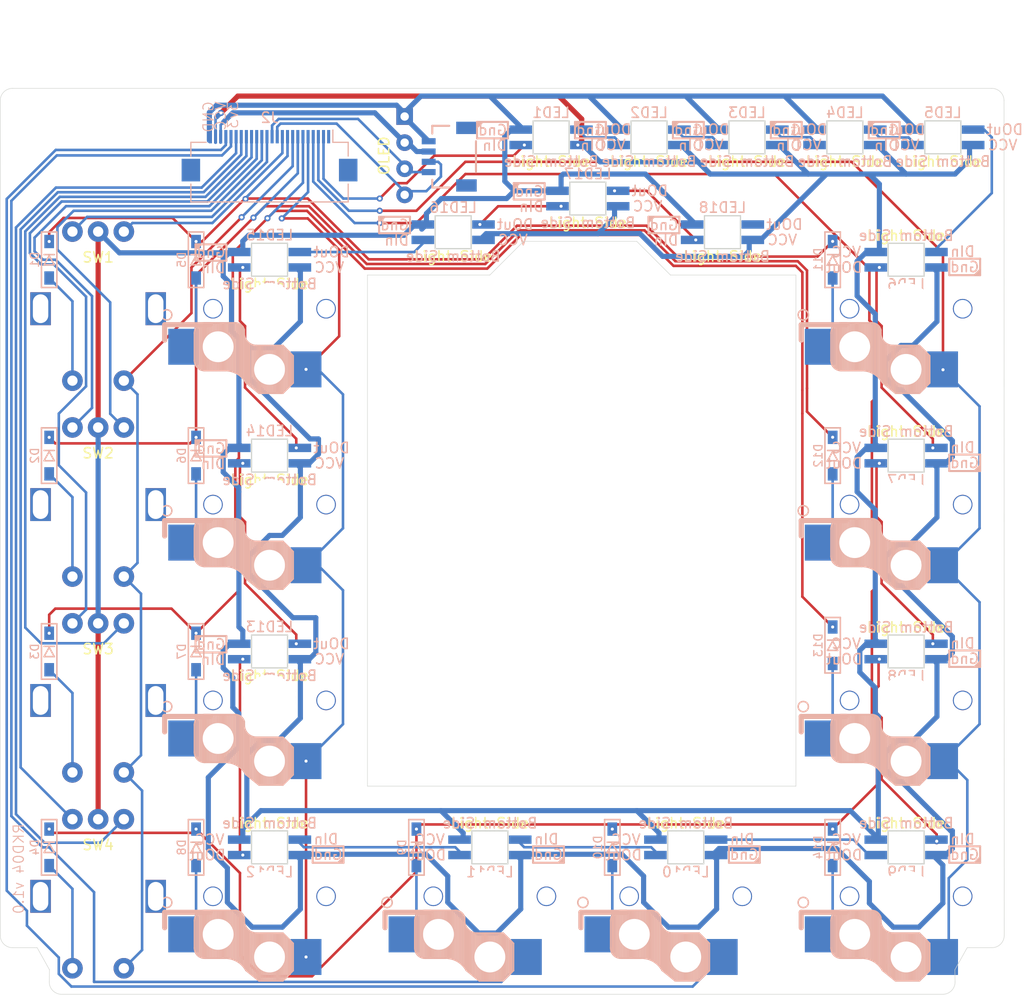
<source format=kicad_pcb>
(kicad_pcb (version 20241229) (generator "pcbnew") (generator_version "9.0")
  (layers (0 "F.Cu" signal) (2 "B.Cu" signal) (13 "F.Paste" user) (15 "B.Paste" user) (5 "F.SilkS" user "F.Silkscreen") (7 "B.SilkS" user "B.Silkscreen") (1 "F.Mask" user) (3 "B.Mask" user) (25 "Edge.Cuts" user))
  (net 0 "")
  (net 1 "Net-(D2-A)")
  (net 2 "Net-(D4-A)")
  (net 3 "Net-(D6-A)")
  (net 4 "Net-(D8-A)")
  (net 5 "GND")
  (net 6 "VCC")
  (net 7 "3v3")
  (net 8 "Net-(LED1-DOUT)")
  (net 9 "Net-(D10-A)")
  (net 10 "Net-(LED2-DOUT)")
  (net 11 "Net-(LED3-DOUT)")
  (net 12 "Net-(LED4-DOUT)")
  (net 13 "Net-(D1-A)")
  (net 14 "Net-(D3-A)")
  (net 15 "Net-(D5-A)")
  (net 16 "Net-(D7-A)")
  (net 17 "Net-(D9-A)")
  (net 18 "Net-(D11-A)")
  (net 19 "Net-(D12-A)")
  (net 20 "Net-(D13-A)")
  (net 21 "Net-(D14-A)")
  (net 24 "Net-(LED5-DOUT)")
  (net 25 "Net-(LED6-DOUT)")
  (net 26 "Net-(LED7-DOUT)")
  (net 27 "Net-(LED8-DOUT)")
  (net 28 "Net-(LED10-DIN)")
  (net 29 "Net-(LED10-DOUT)")
  (net 30 "Net-(LED11-DOUT)")
  (net 31 "Net-(LED12-DOUT)")
  (net 32 "Net-(LED13-DOUT)")
  (net 33 "Net-(LED14-DOUT)")
  (net 34 "Net-(LED15-DOUT)")
  (net 35 "Net-(LED16-DOUT)")
  (net 36 "Net-(LED17-DOUT)")
  (net 38 "GP09:Row1")
  (net 39 "GP19:SCL")
  (net 40 "GP18:SDA")
  (net 42 "GP13:COL4")
  (net 43 "GP28:COL3")
  (net 44 "GP27:COL2")
  (net 45 "GP26:RE4A")
  (net 46 "GP25:RE4B")
  (net 47 "GP24:RE3A")
  (net 48 "GP23:RE3B")
  (net 49 "GP22:RE2B")
  (net 50 "GP21:RE2A")
  (net 51 "GP20:RE1B")
  (net 52 "GP17:RE1A")
  (net 53 "GP14:LED")
  (net 54 "GP16:ROW0")
  (net 55 "GP08:COL0")
  (net 56 "GP10:ROW2")
  (net 57 "GP11:COL1")
  (net 58 "GP12:ROW3")
  (footprint "kbd_Parts:Diode_SMD" (layer "F.Cu") (at 47.624898 80.962487 -90)
    (property "Reference" "D3")
    (property "Value" "D" (hide yes))
  )
  (footprint "kbd_Parts:LED_SK6812MINI-E_BL" (layer "F.Cu") (at 69.05625 100.0125 180)
    (property "Reference" "LED12")
    (property "Value" "LED_SK6812MINI-E" (hide yes))
    (fp_line (start 1.75 1.6) (end -1.75 1.6) (stroke (width 0.12)) (layer "Edge.Cuts"))
    (fp_line (start 1.75 -1.6) (end 1.75 1.6) (stroke (width 0.12)) (layer "Edge.Cuts"))
    (fp_line (start -1.75 1.6) (end -1.75 -1.6) (stroke (width 0.12)) (layer "Edge.Cuts"))
    (fp_line (start -1.75 -1.6) (end 1.75 -1.6) (stroke (width 0.12)) (layer "Edge.Cuts"))
  )
  (footprint "Rikkodo_FootPrint:rkd_Asm_ChocV1V2_Hotswap_1u" (layer "F.Cu") (at 130.968648 66.674987)
    (property "Reference" "SW12" (hide yes))
    (property "Value" "SW_Push" (hide yes))
  )
  (footprint "kbd_Parts:LED_SK6812MINI-E_BL" (layer "F.Cu") (at 134.540523 30.956237)
    (property "Reference" "LED5")
    (property "Value" "LED_SK6812MINI-E" (hide yes))
    (fp_line (start -1.75 -1.6) (end 1.75 -1.6) (stroke (width 0.12)) (layer "Edge.Cuts"))
    (fp_line (start -1.75 1.6) (end -1.75 -1.6) (stroke (width 0.12)) (layer "Edge.Cuts"))
    (fp_line (start 1.75 -1.6) (end 1.75 1.6) (stroke (width 0.12)) (layer "Edge.Cuts"))
    (fp_line (start 1.75 1.6) (end -1.75 1.6) (stroke (width 0.12)) (layer "Edge.Cuts"))
  )
  (footprint "Rikkodo_FootPrint:rkd_Asm_ChocV1V2_Hotswap_1u" (layer "F.Cu") (at 69.056148 104.774937)
    (property "Reference" "SW8" (hide yes))
    (property "Value" "SW_Push" (hide yes))
  )
  (footprint "kbd_Parts:Diode_SMD" (layer "F.Cu") (at 102.393648 100.012487 -90)
    (property "Reference" "D10")
    (property "Value" "D" (hide yes))
  )
  (footprint "Rikkodo_FootPrint:rkd_Asm_ChocV1V2_Hotswap_1u" (layer "F.Cu") (at 90.487448 104.774937)
    (property "Reference" "SW9" (hide yes))
    (property "Value" "SW_Push" (hide yes))
  )
  (footprint "kbd_Parts:LED_SK6812MINI-E_BL" (layer "F.Cu") (at 113.109358 40.18356)
    (property "Reference" "LED18")
    (property "Value" "LED_SK6812MINI-E" (hide yes))
    (fp_line (start -1.75 -1.6) (end 1.75 -1.6) (stroke (width 0.12)) (layer "Edge.Cuts"))
    (fp_line (start -1.75 1.6) (end -1.75 -1.6) (stroke (width 0.12)) (layer "Edge.Cuts"))
    (fp_line (start 1.75 -1.6) (end 1.75 1.6) (stroke (width 0.12)) (layer "Edge.Cuts"))
    (fp_line (start 1.75 1.6) (end -1.75 1.6) (stroke (width 0.12)) (layer "Edge.Cuts"))
  )
  (footprint "Rikkodo_FootPrint:rkd_Asm_ChocV1V2_Hotswap_1u" (layer "F.Cu") (at 69.056098 85.724987)
    (property "Reference" "SW7" (hide yes))
    (property "Value" "SW_Push" (hide yes))
  )
  (footprint "kbd_Parts:LED_SK6812MINI-E_BL" (layer "F.Cu") (at 96.440523 30.956137)
    (property "Reference" "LED1")
    (property "Value" "LED_SK6812MINI-E" (hide yes))
    (fp_line (start -1.75 -1.6) (end 1.75 -1.6) (stroke (width 0.12)) (layer "Edge.Cuts"))
    (fp_line (start -1.75 1.6) (end -1.75 -1.6) (stroke (width 0.12)) (layer "Edge.Cuts"))
    (fp_line (start 1.75 -1.6) (end 1.75 1.6) (stroke (width 0.12)) (layer "Edge.Cuts"))
    (fp_line (start 1.75 1.6) (end -1.75 1.6) (stroke (width 0.12)) (layer "Edge.Cuts"))
  )
  (footprint "kbd_Parts:LED_SK6812MINI-E_BL" (layer "F.Cu") (at 115.490523 30.956137)
    (property "Reference" "LED3")
    (property "Value" "LED_SK6812MINI-E" (hide yes))
    (fp_line (start -1.75 -1.6) (end 1.75 -1.6) (stroke (width 0.12)) (layer "Edge.Cuts"))
    (fp_line (start -1.75 1.6) (end -1.75 -1.6) (stroke (width 0.12)) (layer "Edge.Cuts"))
    (fp_line (start 1.75 -1.6) (end 1.75 1.6) (stroke (width 0.12)) (layer "Edge.Cuts"))
    (fp_line (start 1.75 1.6) (end -1.75 1.6) (stroke (width 0.12)) (layer "Edge.Cuts"))
  )
  (footprint "kbd_Parts:Diode_SMD" (layer "F.Cu") (at 123.824898 61.912487 -90)
    (property "Reference" "D12")
    (property "Value" "D" (hide yes))
  )
  (footprint "kbd_Parts:Diode_SMD" (layer "F.Cu") (at 61.912348 100.012487 -90)
    (property "Reference" "D8")
    (property "Value" "D" (hide yes))
  )
  (footprint "kbd_Parts:Diode_SMD" (layer "F.Cu") (at 61.912348 42.862487 -90)
    (property "Reference" "D5")
    (property "Value" "D" (hide yes))
  )
  (footprint "kbd_Parts:Diode_SMD" (layer "F.Cu") (at 83.343648 100.012487 -90)
    (property "Reference" "D9")
    (property "Value" "D" (hide yes))
  )
  (footprint "Rikkodo_FootPrint:rkd_Asm_ChocV1V2_Hotswap_1u" (layer "F.Cu") (at 69.056098 66.674987)
    (property "Reference" "SW6" (hide yes))
    (property "Value" "SW_Push" (hide yes))
  )
  (footprint "BrownSugar_KBD:RotaryEncoder_EC11-Switch" (layer "F.Cu") (at 52.387398 104.774987 180)
    (property "Reference" "SW4")
    (property "Value" "RotaryEncoder_Switch")
  )
  (footprint "BrownSugar_KBD:RotaryEncoder_EC11-Switch" (layer "F.Cu") (at 52.387348 66.674987 180)
    (property "Reference" "SW2")
    (property "Value" "RotaryEncoder_Switch")
  )
  (footprint "BrownSugar_KBD:OLED_center_display" (layer "F.Cu") (at 63.698491 32.742215 90)
    (property "Reference" "OL1")
    (property "Value" "OLED")
  )
  (footprint "kbd_Parts:LED_SK6812MINI-E_BL" (layer "F.Cu") (at 130.96875 100.0125 180)
    (property "Reference" "LED9")
    (property "Value" "LED_SK6812MINI-E" (hide yes))
    (fp_line (start 1.75 1.6) (end -1.75 1.6) (stroke (width 0.12)) (layer "Edge.Cuts"))
    (fp_line (start 1.75 -1.6) (end 1.75 1.6) (stroke (width 0.12)) (layer "Edge.Cuts"))
    (fp_line (start -1.75 1.6) (end -1.75 -1.6) (stroke (width 0.12)) (layer "Edge.Cuts"))
    (fp_line (start -1.75 -1.6) (end 1.75 -1.6) (stroke (width 0.12)) (layer "Edge.Cuts"))
  )
  (footprint "Rikkodo_FootPrint:rkd_Asm_ChocV1V2_Hotswap_1u" (layer "F.Cu") (at 109.537448 104.774937)
    (property "Reference" "SW10" (hide yes))
    (property "Value" "SW_Push" (hide yes))
  )
  (footprint "kbd_Parts:Diode_SMD" (layer "F.Cu") (at 123.824898 100.012487 -90)
    (property "Reference" "D14")
    (property "Value" "D" (hide yes))
  )
  (footprint "kbd_Parts:LED_SK6812MINI-E_BL" (layer "F.Cu") (at 100.012483 36.909391)
    (property "Reference" "LED17")
    (property "Value" "LED_SK6812MINI-E" (hide yes))
    (fp_line (start -1.75 -1.6) (end 1.75 -1.6) (stroke (width 0.12)) (layer "Edge.Cuts"))
    (fp_line (start -1.75 1.6) (end -1.75 -1.6) (stroke (width 0.12)) (layer "Edge.Cuts"))
    (fp_line (start 1.75 -1.6) (end 1.75 1.6) (stroke (width 0.12)) (layer "Edge.Cuts"))
    (fp_line (start 1.75 1.6) (end -1.75 1.6) (stroke (width 0.12)) (layer "Edge.Cuts"))
  )
  (footprint "Rikkodo_FootPrint:rkd_Asm_ChocV1V2_Hotswap_1u" (layer "F.Cu") (at 130.968648 47.624987)
    (property "Reference" "SW11" (hide yes))
    (property "Value" "SW_Push" (hide yes))
  )
  (footprint "kbd_Parts:LED_SK6812MINI-E_BL" (layer "F.Cu") (at 130.96875 42.8625 180)
    (property "Reference" "LED6")
    (property "Value" "LED_SK6812MINI-E" (hide yes))
    (fp_line (start 1.75 1.6) (end -1.75 1.6) (stroke (width 0.12)) (layer "Edge.Cuts"))
    (fp_line (start 1.75 -1.6) (end 1.75 1.6) (stroke (width 0.12)) (layer "Edge.Cuts"))
    (fp_line (start -1.75 1.6) (end -1.75 -1.6) (stroke (width 0.12)) (layer "Edge.Cuts"))
    (fp_line (start -1.75 -1.6) (end 1.75 -1.6) (stroke (width 0.12)) (layer "Edge.Cuts"))
  )
  (footprint "kbd_Parts:Diode_SMD" (layer "F.Cu") (at 47.624898 42.862487 -90)
    (property "Reference" "D1")
    (property "Value" "D" (hide yes))
  )
  (footprint "kbd_Parts:Diode_SMD" (layer "F.Cu") (at 123.824898 80.356237 -90)
    (property "Reference" "D13")
    (property "Value" "D" (hide yes))
  )
  (footprint "kbd_Parts:LED_SK6812MINI-E_BL" (layer "F.Cu") (at 130.968648 80.9625 180)
    (property "Reference" "LED8")
    (property "Value" "LED_SK6812MINI-E" (hide yes))
    (fp_line (start 1.75 1.6) (end -1.75 1.6) (stroke (width 0.12)) (layer "Edge.Cuts"))
    (fp_line (start 1.75 -1.6) (end 1.75 1.6) (stroke (width 0.12)) (layer "Edge.Cuts"))
    (fp_line (start -1.75 1.6) (end -1.75 -1.6) (stroke (width 0.12)) (layer "Edge.Cuts"))
    (fp_line (start -1.75 -1.6) (end 1.75 -1.6) (stroke (width 0.12)) (layer "Edge.Cuts"))
  )
  (footprint "Rikkodo_FootPrint:rkd_Asm_ChocV1V2_Hotswap_1u" (layer "F.Cu") (at 69.056098 47.624987)
    (property "Reference" "SW5" (hide yes))
    (property "Value" "SW_Push" (hide yes))
  )
  (footprint "Rikkodo_FootPrint:rkd_Asm_ChocV1V2_Hotswap_1u" (layer "F.Cu") (at 130.968648 104.774987)
    (property "Reference" "SW14" (hide yes))
    (property "Value" "SW_Push" (hide yes))
  )
  (footprint "kbd_Parts:LED_SK6812MINI-E_BL" (layer "F.Cu") (at 69.05625 80.9625)
    (property "Reference" "LED13")
    (property "Value" "LED_SK6812MINI-E" (hide yes))
    (fp_line (start -1.75 -1.6) (end 1.75 -1.6) (stroke (width 0.12)) (layer "Edge.Cuts"))
    (fp_line (start -1.75 1.6) (end -1.75 -1.6) (stroke (width 0.12)) (layer "Edge.Cuts"))
    (fp_line (start 1.75 -1.6) (end 1.75 1.6) (stroke (width 0.12)) (layer "Edge.Cuts"))
    (fp_line (start 1.75 1.6) (end -1.75 1.6) (stroke (width 0.12)) (layer "Edge.Cuts"))
  )
  (footprint "BrownSugar_KBD:RotaryEncoder_EC11-Switch" (layer "F.Cu") (at 52.387348 47.624987 180)
    (property "Reference" "SW1")
    (property "Value" "RotaryEncoder_Switch")
  )
  (footprint "kbd_Parts:Diode_SMD" (layer "F.Cu") (at 47.624898 61.912487 -90)
    (property "Reference" "D2")
    (property "Value" "D" (hide yes))
  )
  (footprint "kbd_Parts:LED_SK6812MINI-E_BL" (layer "F.Cu") (at 86.915608 40.183549)
    (property "Reference" "LED16")
    (property "Value" "LED_SK6812MINI-E" (hide yes))
    (fp_line (start -1.75 -1.6) (end 1.75 -1.6) (stroke (width 0.12)) (layer "Edge.Cuts"))
    (fp_line (start -1.75 1.6) (end -1.75 -1.6) (stroke (width 0.12)) (layer "Edge.Cuts"))
    (fp_line (start 1.75 -1.6) (end 1.75 1.6) (stroke (width 0.12)) (layer "Edge.Cuts"))
    (fp_line (start 1.75 1.6) (end -1.75 1.6) (stroke (width 0.12)) (layer "Edge.Cuts"))
  )
  (footprint "kbd_Parts:LED_SK6812MINI-E_BL" (layer "F.Cu") (at 90.4875 100.0125 180)
    (property "Reference" "LED11")
    (property "Value" "LED_SK6812MINI-E" (hide yes))
    (fp_line (start 1.75 1.6) (end -1.75 1.6) (stroke (width 0.12)) (layer "Edge.Cuts"))
    (fp_line (start 1.75 -1.6) (end 1.75 1.6) (stroke (width 0.12)) (layer "Edge.Cuts"))
    (fp_line (start -1.75 1.6) (end -1.75 -1.6) (stroke (width 0.12)) (layer "Edge.Cuts"))
    (fp_line (start -1.75 -1.6) (end 1.75 -1.6) (stroke (width 0.12)) (layer "Edge.Cuts"))
  )
  (footprint "BrownSugar_KBD:RotaryEncoder_EC11-Switch" (layer "F.Cu") (at 52.387348 85.724987 180)
    (property "Reference" "SW3")
    (property "Value" "RotaryEncoder_Switch")
  )
  (footprint "kbd_Parts:LED_SK6812MINI-E_BL" (layer "F.Cu") (at 125.015523 30.956237)
    (property "Reference" "LED4")
    (property "Value" "LED_SK6812MINI-E" (hide yes))
    (fp_line (start -1.75 -1.6) (end 1.75 -1.6) (stroke (width 0.12)) (layer "Edge.Cuts"))
    (fp_line (start -1.75 1.6) (end -1.75 -1.6) (stroke (width 0.12)) (layer "Edge.Cuts"))
    (fp_line (start 1.75 -1.6) (end 1.75 1.6) (stroke (width 0.12)) (layer "Edge.Cuts"))
    (fp_line (start 1.75 1.6) (end -1.75 1.6) (stroke (width 0.12)) (layer "Edge.Cuts"))
  )
  (footprint "kbd_Parts:LED_SK6812MINI-E_BL" (layer "F.Cu") (at 109.5375 100.0125 180)
    (property "Reference" "LED10")
    (property "Value" "LED_SK6812MINI-E" (hide yes))
    (fp_line (start 1.75 1.6) (end -1.75 1.6) (stroke (width 0.12)) (layer "Edge.Cuts"))
    (fp_line (start 1.75 -1.6) (end 1.75 1.6) (stroke (width 0.12)) (layer "Edge.Cuts"))
    (fp_line (start -1.75 1.6) (end -1.75 -1.6) (stroke (width 0.12)) (layer "Edge.Cuts"))
    (fp_line (start -1.75 -1.6) (end 1.75 -1.6) (stroke (width 0.12)) (layer "Edge.Cuts"))
  )
  (footprint "kbd_Parts:LED_SK6812MINI-E_BL" (layer "F.Cu") (at 69.05625 61.9125)
    (property "Reference" "LED14")
    (property "Value" "LED_SK6812MINI-E" (hide yes))
    (fp_line (start -1.75 -1.6) (end 1.75 -1.6) (stroke (width 0.12)) (layer "Edge.Cuts"))
    (fp_line (start -1.75 1.6) (end -1.75 -1.6) (stroke (width 0.12)) (layer "Edge.Cuts"))
    (fp_line (start 1.75 -1.6) (end 1.75 1.6) (stroke (width 0.12)) (layer "Edge.Cuts"))
    (fp_line (start 1.75 1.6) (end -1.75 1.6) (stroke (width 0.12)) (layer "Edge.Cuts"))
  )
  (footprint "kbd_Parts:Diode_SMD" (layer "F.Cu") (at 123.824898 42.862487 -90)
    (property "Reference" "D11")
    (property "Value" "D" (hide yes))
  )
  (footprint "Rikkodo_FootPrint:rkd_Asm_ChocV1V2_Hotswap_1u" (layer "F.Cu") (at 130.968648 85.724987)
    (property "Reference" "SW13" (hide yes))
    (property "Value" "SW_Push" (hide yes))
  )
  (footprint "kbd_Parts:LED_SK6812MINI-E_BL" (layer "F.Cu") (at 69.056148 42.8625)
    (property "Reference" "LED15")
    (property "Value" "LED_SK6812MINI-E" (hide yes))
    (fp_line (start -1.75 -1.6) (end 1.75 -1.6) (stroke (width 0.12)) (layer "Edge.Cuts"))
    (fp_line (start -1.75 1.6) (end -1.75 -1.6) (stroke (width 0.12)) (layer "Edge.Cuts"))
    (fp_line (start 1.75 -1.6) (end 1.75 1.6) (stroke (width 0.12)) (layer "Edge.Cuts"))
    (fp_line (start 1.75 1.6) (end -1.75 1.6) (stroke (width 0.12)) (layer "Edge.Cuts"))
  )
  (footprint "kbd_Parts:Diode_SMD" (layer "F.Cu") (at 61.912348 61.912487 -90)
    (property "Reference" "D6")
    (property "Value" "D" (hide yes))
  )
  (footprint "kbd_Parts:LED_SK6812MINI-E_BL" (layer "F.Cu") (at 130.96875 61.9125 180)
    (property "Reference" "LED7")
    (property "Value" "LED_SK6812MINI-E" (hide yes))
    (fp_line (start 1.75 1.6) (end -1.75 1.6) (stroke (width 0.12)) (layer "Edge.Cuts"))
    (fp_line (start 1.75 -1.6) (end 1.75 1.6) (stroke (width 0.12)) (layer "Edge.Cuts"))
    (fp_line (start -1.75 1.6) (end -1.75 -1.6) (stroke (width 0.12)) (layer "Edge.Cuts"))
    (fp_line (start -1.75 -1.6) (end 1.75 -1.6) (stroke (width 0.12)) (layer "Edge.Cuts"))
  )
  (footprint "kbd_Parts:Diode_SMD" (layer "F.Cu") (at 47.624898 100.012487 -90)
    (property "Reference" "D4")
    (property "Value" "D" (hide yes))
  )
  (footprint "kbd_Parts:Diode_SMD" (layer "F.Cu") (at 61.912348 80.962487 -90)
    (property "Reference" "D7")
    (property "Value" "D" (hide yes))
  )
  (footprint "kbd_Parts:LED_SK6812MINI-E_BL" (layer "F.Cu") (at 105.965523 30.956237)
    (property "Reference" "LED2")
    (property "Value" "LED_SK6812MINI-E" (hide yes))
    (fp_line (start -1.75 -1.6) (end 1.75 -1.6) (stroke (width 0.12)) (layer "Edge.Cuts"))
    (fp_line (start -1.75 1.6) (end -1.75 -1.6) (stroke (width 0.12)) (layer "Edge.Cuts"))
    (fp_line (start 1.75 -1.6) (end 1.75 1.6) (stroke (width 0.12)) (layer "Edge.Cuts"))
    (fp_line (start 1.75 1.6) (end -1.75 1.6) (stroke (width 0.12)) (layer "Edge.Cuts"))
  )
  (footprint "SparkFun-Connector:JST_SMD_1.0mm-4_Black" (layer "B.Cu") (at 84.534375 32.8375 -90)
    (property "Reference" "J3")
    (property "Value" "Qwiic_RA")
  )
  (footprint "Connector_FFC-FPC:Hirose_FH12-24S-0.5SH_1x24-1MP_P0.50mm_Horizontal" (layer "B.Cu") (at 69.05625 32.74216 180)
    (property "Reference" "J2")
    (property "Value" "Conn_01x24" (hide yes))
  )
  (gr_arc (start 135.7313 113.109375) (mid 135.382567 113.951267) (end 134.540675 114.3) (stroke (width 0.05)) (layer "Edge.Cuts"))
  (gr_line (start 104.774809 41.076517) (end 108.049025 44.350733) (stroke (width 0.05)) (layer "Edge.Cuts"))
  (gr_line (start 42.866913 27.3844) (end 42.87195 108.5875) (stroke (width 0.05)) (layer "Edge.Cuts"))
  (gr_arc (start 44.053175 109.76875) (mid 43.217905 109.42277) (end 42.871925 108.5875) (stroke (width 0.05)) (layer "Edge.Cuts"))
  (gr_arc (start 140.51255 108.578125) (mid 140.163802 109.420002) (end 139.321925 109.76875) (stroke (width 0.05)) (layer "Edge.Cuts"))
  (gr_line (start 135.7313 113.109375) (end 135.71255 111.91875) (stroke (width 0.05)) (layer "Edge.Cuts"))
  (gr_line (start 140.4938 27.384375) (end 140.51255 108.578125) (stroke (width 0.05)) (layer "Edge.Cuts"))
  (gr_line (start 78.581081 44.350733) (end 90.487321 44.350733) (stroke (width 0.05)) (layer "Edge.Cuts"))
  (gr_line (start 44.053125 109.76875) (end 46.453175 109.76875) (stroke (width 0.05)) (layer "Edge.Cuts"))
  (gr_line (start 136.91255 109.76875) (end 139.321925 109.76875) (stroke (width 0.05)) (layer "Edge.Cuts"))
  (gr_arc (start 139.30315 26.19375) (mid 140.145098 26.542435) (end 140.4938 27.384375) (stroke (width 0.05)) (layer "Edge.Cuts"))
  (gr_arc (start 48.82505 114.3) (mid 47.983084 113.951334) (end 47.634425 113.109375) (stroke (width 0.05)) (layer "Edge.Cuts"))
  (gr_line (start 78.581215 94.059362) (end 120.252954 94.059362) (stroke (width 0.05)) (layer "Edge.Cuts"))
  (gr_arc (start 42.866913 27.384475) (mid 43.215599 26.542572) (end 44.057488 26.19385) (stroke (width 0.05)) (layer "Edge.Cuts"))
  (gr_line (start 120.252954 94.059362) (end 120.252921 44.350733) (stroke (width 0.05)) (layer "Edge.Cuts"))
  (gr_line (start 120.252921 44.350733) (end 108.049025 44.350733) (stroke (width 0.05)) (layer "Edge.Cuts"))
  (gr_line (start 47.653175 111.91875) (end 47.634425 113.109375) (stroke (width 0.05)) (layer "Edge.Cuts"))
  (gr_line (start 90.487321 44.350733) (end 93.761537 41.076517) (stroke (width 0.05)) (layer "Edge.Cuts"))
  (gr_line (start 93.761537 41.076517) (end 104.774809 41.076517) (stroke (width 0.05)) (layer "Edge.Cuts"))
  (gr_line (start 48.82505 114.3) (end 134.540675 114.3) (stroke (width 0.05)) (layer "Edge.Cuts"))
  (gr_line (start 139.3031 26.19375) (end 44.048114 26.19385) (stroke (width 0.05)) (layer "Edge.Cuts"))
  (gr_line (start 135.71255 111.91875) (end 136.91255 109.76875) (stroke (width 0.05)) (layer "Edge.Cuts"))
  (gr_line (start 46.453175 109.76875) (end 47.653175 111.91875) (stroke (width 0.05)) (layer "Edge.Cuts"))
  (gr_line (start 78.581081 44.350733) (end 78.581215 94.059362) (stroke (width 0.05)) (layer "Edge.Cuts"))
  (gr_text "RKD04 v1.0" (at 45.24375 97.63125 90) (layer "B.SilkS") (effects (font (size 1 1) (thickness 0.1)) (justify left bottom mirror)))
  (gr_text "3v3" (at 66.079739 27.384394 90) (layer "B.SilkS") (effects (font (size 1 1) (thickness 0.1)) (justify left bottom mirror)))
  (gr_text "VCC\n" (at 64.889117 27.384394 90) (layer "B.SilkS") (effects (font (size 1 1) (thickness 0.1)) (justify left bottom mirror)))
  (gr_text "GND\n" (at 63.698491 27.384394 90) (layer "B.SilkS") (effects (font (size 1 1) (thickness 0.1)) (justify left bottom mirror)))
  (segment (start 49.887348 65.949937) (end 49.887348 73.674987) (width 0.25) (layer "B.Cu") (net 1))
  (segment (start 47.624898 63.687487) (end 49.887348 65.949937) (width 0.25) (layer "B.Cu") (net 1))
  (segment (start 49.887398 104.049987) (end 49.887398 111.774987) (width 0.25) (layer "B.Cu") (net 2))
  (segment (start 47.624898 101.787487) (end 49.887398 104.049987) (width 0.25) (layer "B.Cu") (net 2))
  (segment (start 61.912348 63.687487) (end 61.912348 69.168737) (width 0.25) (layer "B.Cu") (net 3))
  (segment (start 61.912348 69.168737) (end 60.706098 70.374987) (width 0.25) (layer "B.Cu") (net 3))
  (segment (start 61.912348 101.787487) (end 61.912348 107.268737) (width 0.25) (layer "B.Cu") (net 4))
  (segment (start 61.912348 107.268737) (end 60.706148 108.474937) (width 0.25) (layer "B.Cu") (net 4))
  (segment (start 52.387348 97.274937) (end 52.387398 97.274987) (width 0.5) (layer "F.Cu") (net 5))
  (segment (start 52.387348 78.224987) (end 52.387348 97.274937) (width 0.5) (layer "F.Cu") (net 5))
  (segment (start 52.387348 40.124987) (end 52.387348 59.174987) (width 0.5) (layer "F.Cu") (net 5))
  (segment (start 64.555148 42.7515) (end 65.194148 42.1125) (width 0.5) (layer "B.Cu") (net 5))
  (segment (start 110.780503 107.775937) (end 107.859134 107.775937) (width 0.5) (layer "B.Cu") (net 5))
  (segment (start 135.46975 100.1235) (end 134.83075 100.7625) (width 0.5) (layer "B.Cu") (net 5))
  (segment (start 66.055098 65.431932) (end 66.057098 65.429932) (width 0.5) (layer "B.Cu") (net 5))
  (segment (start 66.057098 71.203828) (end 66.057098 67.920042) (width 0.5) (layer "B.Cu") (net 5))
  (segment (start 84.315608 39.433549) (end 84.315608 38.371475) (width 0.5) (layer "B.Cu") (net 5))
  (segment (start 85.777708 36.909375) (end 92.118844 36.909375) (width 0.5) (layer "B.Cu") (net 5))
  (segment (start 132.211703 107.775987) (end 129.725593 107.775987) (width 0.5) (layer "B.Cu") (net 5))
  (segment (start 71.732263 100.686487) (end 71.65625 100.7625) (width 0.5) (layer "B.Cu") (net 5))
  (segment (start 70.299203 107.775937) (end 67.377834 107.775937) (width 0.5) (layer "B.Cu") (net 5))
  (segment (start 66.055098 67.918042) (end 66.055098 65.431932) (width 0.5) (layer "B.Cu") (net 5))
  (segment (start 128.967648 52.696146) (end 128.967648 54.353828) (width 0.5) (layer "B.Cu") (net 5))
  (segment (start 66.380161 42.188487) (end 66.456148 42.1125) (width 0.5) (layer "B.Cu") (net 5))
  (segment (start 82.153194 28.575) (end 81.412754 27.83456) (width 0.5) (layer "B.Cu") (net 5))
  (segment (start 122.415523 30.206237) (end 119.154036 26.94475) (width 0.5) (layer "B.Cu") (net 5))
  (segment (start 82.153194 28.574931) (end 83.783375 26.94475) (width 0.5) (layer "B.Cu") (net 5))
  (segment (start 65.359048 49.798096) (end 65.359048 45.2774) (width 0.5) (layer "B.Cu") (net 5))
  (segment (start 128.967648 71.746146) (end 130.139807 70.573987) (width 0.5) (layer "B.Cu") (net 5))
  (segment (start 105.438448 105.355251) (end 105.438448 102.805287) (width 0.5) (layer "B.Cu") (net 5))
  (segment (start 63.103125 93.207801) (end 66.057098 90.253828) (width 0.5) (layer "B.Cu") (net 5))
  (segment (start 109.5375 26.94475) (end 100.136142 26.94475) (width 0.5) (layer "B.Cu") (net 5))
  (segment (start 64.55525 63.5235) (end 64.55525 61.8015) (width 0.5) (layer "B.Cu") (net 5))
  (segment (start 124.187911 100.1235) (end 112.7765 100.1235) (width 0.5) (layer "B.Cu") (net 5))
  (segment (start 83.783375 26.94475) (end 90.4875 26.94475) (width 0.5) (layer "B.Cu") (net 5))
  (segment (start 66.057098 65.025348) (end 64.55525 63.5235) (width 0.5) (layer "B.Cu") (net 5))
  (segment (start 93.488448 106.017992) (end 91.159565 108.346875) (width 0.5) (layer "B.Cu") (net 5))
  (segment (start 131.640815 89.623987) (end 130.139807 89.623987) (width 0.5) (layer "B.Cu") (net 5))
  (segment (start 54.450848 42.188487) (end 66.380161 42.188487) (width 0.5) (layer "B.Cu") (net 5))
  (segment (start 130.535362 93.625987) (end 135.310875 98.4015) (width 0.5) (layer "B.Cu") (net 5))
  (segment (start 130.535362 74.575987) (end 130.139807 74.575987) (width 0.5) (layer "B.Cu") (net 5))
  (segment (start 89.380072 108.346875) (end 86.388448 105.355251) (width 0.5) (layer "B.Cu") (net 5))
  (segment (start 107.859134 107.775937) (end 105.438448 105.355251) (width 0.5) (layer "B.Cu") (net 5))
  (segment (start 91.939523 30.845137) (end 91.939523 35.230086) (width 0.5) (layer "B.Cu") (net 5))
  (segment (start 92.868828 36.159391) (end 97.412483 36.159391) (width 0.5) (layer "B.Cu") (net 5))
  (segment (start 82.153194 28.575) (end 82.153194 28.956319) (width 0.5) (layer "B.Cu") (net 5))
  (segment (start 112.890523 30.206137) (end 112.798887 30.206137) (width 0.5) (layer "B.Cu") (net 5))
  (segment (start 103.365523 30.206237) (end 103.365523 30.174131) (width 0.5) (layer "B.Cu") (net 5))
  (segment (start 134.540625 105.447065) (end 132.211703 107.775987) (width 0.5) (layer "B.Cu") (net 5))
  (segment (start 130.139807 89.623987) (end 128.967648 90.796146) (width 0.5) (layer "B.Cu") (net 5))
  (segment (start 63.103125 100.171375) (end 63.103125 93.207801) (width 0.5) (layer "B.Cu") (net 5))
  (segment (start 65.484375 86.397319) (end 65.484375 83.502625) (width 0.5) (layer "B.Cu") (net 5))
  (segment (start 133.56875 43.6125) (end 133.969648 44.013398) (width 0.5) (layer "B.Cu") (net 5))
  (segment (start 93.748887 30.206137) (end 90.4875 26.94475) (width 0.5) (layer "B.Cu") (net 5))
  (segment (start 63.907409 27.83456) (end 63.20525 28.536719) (width 0.5) (layer "B.Cu") (net 5))
  (segment (start 65.19425 61.1625) (end 66.45625 61.1625) (width 0.5) (layer "B.Cu") (net 5))
  (segment (start 65.359048 45.2774) (end 64.555148 44.4735) (width 0.5) (layer "B.Cu") (net 5))
  (segment (start 64.957148 105.355251) (end 64.957148 102.025398) (width 0.5) (layer "B.Cu") (net 5))
  (segment (start 66.057098 90.253828) (end 66.057098 86.970042) (width 0.5) (layer "B.Cu") (net 5))
  (segment (start 127.396875 103.332464) (end 124.187911 100.1235) (width 0.5) (layer "B.Cu") (net 5))
  (segment (start 133.56875 100.7625) (end 134.540625 101.734375) (width 0.5) (layer "B.Cu") (net 5))
  (segment (start 67.025324 40.48125) (end 82.153125 40.48125) (width 0.5) (layer "B.Cu") (net 5))
  (segment (start 128.967648 90.796146) (end 128.967648 92.058273) (width 0.5) (layer "B.Cu") (net 5))
  (segment (start 66.079743 60.785993) (end 66.079743 50.518791) (width 0.5) (layer "B.Cu") (net 5))
  (segment (start 66.079743 50.518791) (end 65.359048 49.798096) (width 0.5) (layer "B.Cu") (net 5))
  (segment (start 52.387348 40.124987) (end 52.387348 39.885775) (width 0.5) (layer "B.Cu") (net 5))
  (segment (start 130.139807 93.625987) (end 130.535362 93.625987) (width 0.5) (layer "B.Cu") (net 5))
  (segment (start 66.057098 65.429932) (end 66.057098 65.025348) (width 0.5) (layer "B.Cu") (net 5))
  (segment (start 93.840523 30.206137) (end 92.578523 30.206137) (width 0.5) (layer "B.Cu") (net 5))
  (segment (start 91.939523 35.230086) (end 92.868828 36.159391) (width 0.5) (layer "B.Cu") (net 5))
  (segment (start 81.412754 27.83456) (end 63.907409 27.83456) (width 0.5) (layer "B.Cu") (net 5))
  (segment (start 63.20525 28.536719) (end 63.20525 31.253943) (width 0.5) (layer "B.Cu") (net 5))
  (segment (start 65.19425 80.2125) (end 66.45625 80.2125) (width 0.5) (layer "B.Cu") (net 5))
  (segment (start 66.456148 41.050426) (end 67.025324 40.48125) (width 0.5) (layer "B.Cu") (net 5))
  (segment (start 66.079743 78.575919) (end 66.079743 71.226473) (width 0.5) (layer "B.Cu") (net 5))
  (segment (start 86.388448 102.805287) (end 84.269648 100.686487) (width 0.5) (layer "B.Cu") (net 5))
  (segment (start 129.725593 107.775987) (end 127.396875 105.447269) (width 0.5) (layer "B.Cu") (net 5))
  (segment (start 103.365523 30.174131) (end 100.136142 26.94475) (width 0.5) (layer "B.Cu") (net 5))
  (segment (start 128.967648 54.353828) (end 130.139807 55.525987) (width 0.5) (layer "B.Cu") (net 5))
  (segment (start 130.139807 70.573987) (end 131.313703 70.573987) (width 0.5) (layer "B.Cu") (net 5))
  (segment (start 83.200826 39.433549) (end 84.315608 39.433549) (width 0.5) (layer "B.Cu") (net 5))
  (segment (start 128.679036 26.94475) (end 119.154036 26.94475) (width 0.5) (layer "B.Cu") (net 5))
  (segment (start 64.55525 61.8015) (end 65.19425 61.1625) (width 0.5) (layer "B.Cu") (net 5))
  (segment (start 133.568648 81.7125) (end 134.830648 81.7125) (width 0.5) (layer "B.Cu") (net 5))
  (segment (start 112.798887 30.206137) (end 109.5375 26.94475) (width 0.5) (layer "B.Cu") (net 5))
  (segment (start 133.969648 48.868042) (end 131.640815 51.196875) (width 0.5) (layer "B.Cu") (net 5))
  (segment (start 135.310875 98.4015) (end 135.46975 98.4015) (width 0.5) (layer "B.Cu") (net 5))
  (segment (start 66.45625 80.2125) (end 66.45625 78.952426) (width 0.5) (layer "B.Cu") (net 5))
  (segment (start 86.388448 105.355251) (end 86.388448 102.805287) (width 0.5) (layer "B.Cu") (net 5))
  (segment (start 105.438448 102.805287) (end 103.319648 100.686487) (width 0.5) (layer "B.Cu") (net 5))
  (segment (start 133.969648 87.295154) (end 131.640815 89.623987) (width 0.5) (layer "B.Cu") (net 5))
  (segment (start 91.159565 108.346875) (end 89.380072 108.346875) (width 0.5) (layer "B.Cu") (net 5))
  (segment (start 112.1375 100.7625) (end 112.538448 101.163448) (width 0.5) (layer "B.Cu") (net 5))
  (segment (start 112.7765 100.1235) (end 112.1375 100.7625) (width 0.5) (layer "B.Cu") (net 5))
  (segment (start 64.957148 102.025398) (end 63.103125 100.171375) (width 0.5) (layer "B.Cu") (net 5))
  (segment (start 134.830648 81.7125) (end 135.469648 81.0735) (width 0.5) (layer "B.Cu") (net 5))
  (segment (start 52.387348 59.174987) (end 52.387348 78.224987) (width 0.5) (layer "B.Cu") (net 5))
  (segment (start 84.315608 38.371475) (end 85.777708 36.909375) (width 0.5) (layer "B.Cu") (net 5))
  (segment (start 97.631332 34.528154) (end 97.412483 34.747003) (width 0.5) (layer "B.Cu") (net 5))
  (segment (start 135.46975 98.4015) (end 135.46975 100.1235) (width 0.5) (layer "B.Cu") (net 5))
  (segment (start 119.154036 26.94475) (end 109.5375 26.94475) (width 0.5) (layer "B.Cu") (net 5))
  (segment (start 66.45625 61.1625) (end 66.079743 60.785993) (width 0.5) (layer "B.Cu") (net 5))
  (segment (start 103.319648 100.686487) (end 93.163513 100.686487) (width 0.5) (layer "B.Cu") (net 5))
  (segment (start 64.55525 80.8515) (end 65.19425 80.2125) (width 0.5) (layer "B.Cu") (net 5))
  (segment (start 92.578523 30.206137) (end 91.939523 30.845137) (width 0.5) (layer "B.Cu") (net 5))
  (segment (start 82.153125 40.48125) (end 83.200826 39.433549) (width 0.5) (layer "B.Cu") (net 5))
  (segment (start 72.057148 106.017992) (end 70.299203 107.775937) (width 0.5) (layer "B.Cu") (net 5))
  (segment (start 130.535361 55.525987) (end 135.46975 60.460376) (width 0.5) (layer "B.Cu") (net 5))
  (segment (start 133.969648 67.918042) (end 133.969648 63.063398) (width 0.5) (layer "B.Cu") (net 5))
  (segment (start 72.057148 101.163398) (end 72.057148 106.017992) (width 0.5) (layer "B.Cu") (net 5))
  (segment (start 128.967648 92.453828) (end 130.139807 93.625987) (width 0.5) (layer "B.Cu") (net 5))
  (segment (start 135.469648 81.0735) (end 135.469648 79.510273) (width 0.5) (layer "B.Cu") (net 5))
  (segment (start 135.469648 79.510273) (end 130.535362 74.575987) (width 0.5) (layer "B.Cu") (net 5))
  (segment (start 64.55525 82.5735) (end 64.55525 80.8515) (width 0.5) (layer "B.Cu") (net 5))
  (segment (start 66.079743 71.226473) (end 66.057098 71.203828) (width 0.5) (layer "B.Cu") (net 5))
  (segment (start 131.313703 70.573987) (end 133.969648 67.918042) (width 0.5) (layer "B.Cu") (net 5))
  (segment (start 66.456148 42.1125) (end 66.456148 41.050426) (width 0.5) (layer "B.Cu") (net 5))
  (segment (start 133.969648 82.1135) (end 133.969648 87.295154) (width 0.5) (layer "B.Cu") (net 5))
  (segment (start 66.45625 78.952426) (end 66.079743 78.575919) (width 0.5) (layer "B.Cu") (net 5))
  (segment (start 93.0875 100.7625) (end 93.488448 101.163448) (width 0.5) (layer "B.Cu") (net 5))
  (segment (start 84.269648 100.686487) (end 71.732263 100.686487) (width 0.5) (layer "B.Cu") (net 5))
  (segment (start 131.940523 30.206237) (end 128.679036 26.94475) (width 0.5) (layer "B.Cu") (net 5))
  (segment (start 134.83075 100.7625) (end 133.56875 100.7625) (width 0.5) (layer "B.Cu") (net 5))
  (segment (start 130.139807 74.575987) (end 128.967648 73.403828) (width 0.5) (layer "B.Cu") (net 5))
  (segment (start 93.840523 30.206137) (end 93.748887 30.206137) (width 0.5) (layer "B.Cu") (net 5))
  (segment (start 97.412483 34.747003) (end 97.412483 36.159391) (width 0.5) (layer "B.Cu") (net 5))
  (segment (start 93.163513 100.686487) (end 93.0875 100.7625) (width 0.5) (layer "B.Cu") (net 5))
  (segment (start 71.65625 100.7625) (end 72.057148 101.163398) (width 0.5) (layer "B.Cu") (net 5))
  (segment (start 128.967648 92.058273) (end 128.967648 92.453828) (width 0.5) (layer "B.Cu") (net 5))
  (segment (start 93.488448 101.163448) (end 93.488448 106.017992) (width 0.5) (layer "B.Cu") (net 5))
  (segment (start 135.46975 60.460376) (end 135.46975 62.0235) (width 0.5) (layer "B.Cu") (net 5))
  (segment (start 82.153194 28.956319) (end 84.534375 31.3375) (width 0.5) (layer "B.Cu") (net 5))
  (segment (start 67.377834 107.775937) (end 64.957148 105.355251) (width 0.5) (layer "B.Cu") (net 5))
  (segment (start 66.057098 86.970042) (end 65.484375 86.397319) (width 0.5) (layer "B.Cu") (net 5))
  (segment (start 130.139807 55.525987) (end 130.535361 55.525987) (width 0.5) (layer "B.Cu") (net 5))
  (segment (start 130.466919 51.196875) (end 128.967648 52.696146) (width 0.5) (layer "B.Cu") (net 5))
  (segment (start 112.538448 101.163448) (end 112.538448 106.017992) (width 0.5) (layer "B.Cu") (net 5))
  (segment (start 65.194148 42.1125) (end 66.456148 42.1125) (width 0.5) (layer "B.Cu") (net 5))
  (segment (start 133.568648 81.7125) (end 133.969648 82.1135) (width 0.5) (layer "B.Cu") (net 5))
  (segment (start 83.863253 39.885904) (end 84.315608 39.433549) (width 0.5) (layer "B.Cu") (net 5))
  (segment (start 133.969648 44.013398) (end 133.969648 48.868042) (width 0.5) (layer "B.Cu") (net 5))
  (segment (start 135.46975 62.0235) (end 134.83075 62.6625) (width 0.5) (layer "B.Cu") (net 5))
  (segment (start 110.509358 39.43356) (end 105.603952 34.528154) (width 0.5) (layer "B.Cu") (net 5))
  (segment (start 134.83075 62.6625) (end 133.56875 62.6625) (width 0.5) (layer "B.Cu") (net 5))
  (segment (start 128.967648 73.403828) (end 128.967648 71.746146) (width 0.5) (layer "B.Cu") (net 5))
  (segment (start 134.540625 101.734375) (end 134.540625 105.447065) (width 0.5) (layer "B.Cu") (net 5))
  (segment (start 64.555148 44.4735) (end 64.555148 42.7515) (width 0.5) (layer "B.Cu") (net 5))
  (segment (start 127.396875 105.447269) (end 127.396875 103.332464) (width 0.5) (layer "B.Cu") (net 5))
  (segment (start 90.4875 26.94475) (end 100.136142 26.94475) (width 0.5) (layer "B.Cu") (net 5))
  (segment (start 133.969648 63.063398) (end 133.56875 62.6625) (width 0.5) (layer "B.Cu") (net 5))
  (segment (start 92.118844 36.909375) (end 92.868828 36.159391) (width 0.5) (layer "B.Cu") (net 5))
  (segment (start 131.640815 51.196875) (end 130.466919 51.196875) (width 0.5) (layer "B.Cu") (net 5))
  (segment (start 66.057098 67.920042) (end 66.055098 67.918042) (width 0.5) (layer "B.Cu") (net 5))
  (segment (start 105.603952 34.528154) (end 97.631332 34.528154) (width 0.5) (layer "B.Cu") (net 5))
  (segment (start 52.387348 40.124987) (end 54.450848 42.188487) (width 0.5) (layer "B.Cu") (net 5))
  (segment (start 112.538448 106.017992) (end 110.780503 107.775937) (width 0.5) (layer "B.Cu") (net 5))
  (segment (start 82.153194 28.575) (end 82.153194 28.574931) (width 0.5) (layer "B.Cu") (net 5))
  (segment (start 65.484375 83.502625) (end 64.55525 82.5735) (width 0.5) (layer "B.Cu") (net 5))
  (segment (start 97.191686 26.944811) (end 99.417271 29.170396) (width 0.5) (layer "F.Cu") (net 6))
  (segment (start 65.972866 26.944811) (end 97.191686 26.944811) (width 0.5) (layer "F.Cu") (net 6))
  (segment (start 99.417271 29.170396) (end 99.417271 31.329389) (width 0.5) (layer "F.Cu") (net 6))
  (segment (start 64.333117 28.58456) (end 65.972866 26.944811) (width 0.5) (layer "F.Cu") (net 6))
  (segment (start 99.417271 31.329389) (end 99.040523 31.706137) (width 0.5) (layer "F.Cu") (net 6))
  (via (at 99.040523 31.706137) (size 0.6) (drill 0.3) (layers "F.Cu" "B.Cu") (net 6))
  (via (at 64.333117 28.58456) (size 0.6) (drill 0.3) (layers "F.Cu" "B.Cu") (net 6))
  (segment (start 128.266648 99.160398) (end 128.36875 99.2625) (width 0.5) (layer "B.Cu") (net 6))
  (segment (start 111.91875 34.528125) (end 110.728153 33.337528) (width 0.5) (layer "B.Cu") (net 6))
  (segment (start 87.8875 98.603125) (end 85.725 96.440625) (width 0.5) (layer "B.Cu") (net 6))
  (segment (start 73.818812 61.761938) (end 73.818812 60.288491) (width 0.5) (layer "B.Cu") (net 6))
  (segment (start 126.20625 62.063) (end 126.20625 65.431275) (width 0.5) (layer "B.Cu") (net 6))
  (segment (start 127.967648 86.968042) (end 128.266648 87.267042) (width 0.5) (layer "B.Cu") (net 6))
  (segment (start 128.36875 42.1125) (end 128.36875 35.5) (width 0.5) (layer "B.Cu") (net 6))
  (segment (start 72.057098 63.063348) (end 71.65625 62.6625) (width 0.5) (layer "B.Cu") (net 6))
  (segment (start 108.565523 31.706237) (end 109.096862 31.706237) (width 0.5) (layer "B.Cu") (net 6))
  (segment (start 70.299153 69.675987) (end 72.057098 67.918042) (width 0.5) (layer "B.Cu") (net 6))
  (segment (start 73.55725 81.0735) (end 73.55725 77.678139) (width 0.5) (layer "B.Cu") (net 6))
  (segment (start 67.055098 54.353828) (end 67.055098 51.412189) (width 0.5) (layer "B.Cu") (net 6))
  (segment (start 101.008431 40.325517) (end 101.027937 40.306011) (width 0.5) (layer "B.Cu") (net 6))
  (segment (start 90.12364 40.325517) (end 101.008431 40.325517) (width 0.5) (layer "B.Cu") (net 6))
  (segment (start 127.969648 60.763398) (end 128.36875 61.1625) (width 0.5) (layer "B.Cu") (net 6))
  (segment (start 127.969648 67.194673) (end 127.969648 79.8135) (width 0.5) (layer "B.Cu") (net 6))
  (segment (start 116.824356 40.93356) (end 115.709358 40.93356) (width 0.5) (layer "B.Cu") (net 6))
  (segment (start 99.571762 31.706137) (end 99.040523 31.706137) (width 0.5) (layer "B.Cu") (net 6))
  (segment (start 71.329409 77.678139) (end 67.055098 73.403828) (width 0.5) (layer "B.Cu") (net 6))
  (segment (start 130.96875 34.528125) (end 127.396875 34.528125) (width 0.5) (layer "B.Cu") (net 6))
  (segment (start 127.10675 42.1125) (end 126.20625 43.013) (width 0.5) (layer "B.Cu") (net 6))
  (segment (start 127.106648 80.2125) (end 126.467648 80.8515) (width 0.5) (layer "B.Cu") (net 6))
  (segment (start 101.027937 40.306011) (end 102.612483 38.721465) (width 0.5) (layer "B.Cu") (net 6))
  (segment (start 115.170432 42.53456) (end 115.709358 41.995634) (width 0.5) (layer "B.Cu") (net 6))
  (segment (start 72.057098 44.01345) (end 71.656148 43.6125) (width 0.5) (layer "B.Cu") (net 6))
  (segment (start 72.989761 60.288491) (end 67.055098 54.353828) (width 0.5) (layer "B.Cu") (net 6))
  (segment (start 72.057098 87.451828) (end 69.884939 89.623987) (width 0.5) (layer "B.Cu") (net 6))
  (segment (start 106.9375 99.2625) (end 106.9375 98.603125) (width 0.5) (layer "B.Cu") (net 6))
  (segment (start 72.91825 81.7125) (end 73.55725 81.0735) (width 0.5) (layer "B.Cu") (net 6))
  (segment (start 118.090523 31.706137) (end 118.621762 31.706137) (width 0.5) (layer "B.Cu") (net 6))
  (segment (start 71.65625 62.6625) (end 72.91825 62.6625) (width 0.5) (layer "B.Cu") (net 6))
  (segment (start 102.612483 38.721465) (end 102.612483 37.659391) (width 0.5) (layer "B.Cu") (net 6))
  (segment (start 67.055098 71.677139) (end 69.05625 69.675987) (width 0.5) (layer "B.Cu") (net 6))
  (segment (start 66.45625 98.200426) (end 66.45625 99.2625) (width 0.5) (layer "B.Cu") (net 6))
  (segment (start 123.229791 34.528125) (end 121.44375 34.528125) (width 0.5) (layer "B.Cu") (net 6))
  (segment (start 69.512951 51.412189) (end 72.057098 48.868042) (width 0.5) (layer "B.Cu") (net 6))
  (segment (start 105.066377 40.306011) (end 107.294926 42.53456) (width 0.5) (layer "B.Cu") (net 6))
  (segment (start 63.90625 28.962422) (end 64.333117 28.535555) (width 0.5) (layer "B.Cu") (net 6))
  (segment (start 72.91825 62.6625) (end 73.818812 61.761938) (width 0.5) (layer "B.Cu") (net 6))
  (segment (start 67.055098 51.412189) (end 69.512951 51.412189) (width 0.5) (layer "B.Cu") (net 6))
  (segment (start 69.884939 89.623987) (end 68.227257 89.623987) (width 0.5) (layer "B.Cu") (net 6))
  (segment (start 101.027937 40.306011) (end 105.066377 40.306011) (width 0.5) (layer "B.Cu") (net 6))
  (segment (start 126.467648 80.8515) (end 126.467648 82.981932) (width 0.5) (layer "B.Cu") (net 6))
  (segment (start 121.44375 34.528125) (end 111.91875 34.528125) (width 0.5) (layer "B.Cu") (net 6))
  (segment (start 89.515608 40.933549) (end 90.12364 40.325517) (width 0.5) (layer "B.Cu") (net 6))
  (segment (start 137.140523 33.118852) (end 135.73125 34.528125) (width 0.5) (layer "B.Cu") (net 6))
  (segment (start 135.73125 34.528125) (end 130.96875 34.528125) (width 0.5) (layer "B.Cu") (net 6))
  (segment (start 71.65625 81.7125) (end 72.057098 82.113348) (width 0.5) (layer "B.Cu") (net 6))
  (segment (start 127.967648 84.481932) (end 127.967648 86.968042) (width 0.5) (layer "B.Cu") (net 6))
  (segment (start 127.10675 61.1625) (end 126.20625 62.063) (width 0.5) (layer "B.Cu") (net 6))
  (segment (start 128.36875 61.1625) (end 127.10675 61.1625) (width 0.5) (layer "B.Cu") (net 6))
  (segment (start 110.728153 33.337528) (end 101.203153 33.337528) (width 0.5) (layer "B.Cu") (net 6))
  (segment (start 66.850213 97.806463) (end 66.45625 98.200426) (width 0.5) (layer "B.Cu") (net 6))
  (segment (start 101.203153 33.337528) (end 99.571762 31.706137) (width 0.5) (layer "B.Cu") (net 6))
  (segment (start 73.55725 77.678139) (end 71.329409 77.678139) (width 0.5) (layer "B.Cu") (net 6))
  (segment (start 115.709358 41.995634) (end 115.709358 40.93356) (width 0.5) (layer "B.Cu") (net 6))
  (segment (start 126.20625 46.381275) (end 127.969648 48.144673) (width 0.5) (layer "B.Cu") (net 6))
  (segment (start 69.05625 69.675987) (end 70.299153 69.675987) (width 0.5) (layer "B.Cu") (net 6))
  (segment (start 126.20625 65.431275) (end 127.969648 67.194673) (width 0.5) (layer "B.Cu") (net 6))
  (segment (start 68.227257 89.623987) (end 66.850213 91.001031) (width 0.5) (layer "B.Cu") (net 6))
  (segment (start 106.9375 98.603125) (end 104.775 96.440625) (width 0.5) (layer "B.Cu") (net 6))
  (segment (start 72.057098 48.868042) (end 72.057098 44.01345) (width 0.5) (layer "B.Cu") (net 6))
  (segment (start 66.850213 91.001031) (end 66.850213 97.806463) (width 0.5) (layer "B.Cu") (net 6))
  (segment (start 126.467648 82.981932) (end 127.967648 84.481932) (width 0.5) (layer "B.Cu") (net 6))
  (segment (start 127.396875 34.528125) (end 123.229791 34.528125) (width 0.5) (layer "B.Cu") (net 6))
  (segment (start 67.055098 73.403828) (end 67.055098 71.677139) (width 0.5) (layer "B.Cu") (net 6))
  (segment (start 127.969648 79.8135) (end 128.368648 80.2125) (width 0.5) (layer "B.Cu") (net 6))
  (segment (start 63.90625 28.962422) (end 63.80625 29.062422) (width 0.25) (layer "B.Cu") (net 6))
  (segment (start 128.146862 31.706237) (end 130.96875 34.528125) (width 0.5) (layer "B.Cu") (net 6))
  (segment (start 72.057098 67.918042) (end 72.057098 63.063348) (width 0.5) (layer "B.Cu") (net 6))
  (segment (start 63.80625 29.062422) (end 63.80625 31.4875) (width 0.25) (layer "B.Cu") (net 6))
  (segment (start 71.65625 81.7125) (end 72.91825 81.7125) (width 0.5) (layer "B.Cu") (net 6))
  (segment (start 128.36875 35.5) (end 127.396875 34.528125) (width 0.5) (layer "B.Cu") (net 6))
  (segment (start 127.969648 48.144673) (end 127.969648 60.763398) (width 0.5) (layer "B.Cu") (net 6))
  (segment (start 128.368648 80.2125) (end 127.106648 80.2125) (width 0.5) (layer "B.Cu") (net 6))
  (segment (start 73.818812 60.288491) (end 72.989761 60.288491) (width 0.5) (layer "B.Cu") (net 6))
  (segment (start 72.057098 82.113348) (end 72.057098 87.451828) (width 0.5) (layer "B.Cu") (net 6))
  (segment (start 68.216051 96.440625) (end 66.850213 97.806463) (width 0.5) (layer "B.Cu") (net 6))
  (segment (start 126.20625 43.013) (end 126.20625 46.381275) (width 0.5) (layer "B.Cu") (net 6))
  (segment (start 125.546875 96.440625) (end 104.775 96.440625) (width 0.5) (layer "B.Cu") (net 6))
  (segment (start 85.725 96.440625) (end 68.216051 96.440625) (width 0.5) (layer "B.Cu") (net 6))
  (segment (start 137.140523 31.706237) (end 137.140523 33.118852) (width 0.5) (layer "B.Cu") (net 6))
  (segment (start 107.294926 42.53456) (end 115.170432 42.53456) (width 0.5) (layer "B.Cu") (net 6))
  (segment (start 127.615523 31.706237) (end 128.146862 31.706237) (width 0.5) (layer "B.Cu") (net 6))
  (segment (start 128.36875 99.2625) (end 125.546875 96.440625) (width 0.5) (layer "B.Cu") (net 6))
  (segment (start 128.266648 87.267042) (end 128.266648 99.160398) (width 0.5) (layer "B.Cu") (net 6))
  (segment (start 128.36875 42.1125) (end 127.10675 42.1125) (width 0.5) (layer "B.Cu") (net 6))
  (segment (start 109.096862 31.706237) (end 111.91875 34.528125) (width 0.5) (layer "B.Cu") (net 6))
  (segment (start 118.621762 31.706137) (end 121.44375 34.528125) (width 0.5) (layer "B.Cu") (net 6))
  (segment (start 104.775 96.440625) (end 85.725 96.440625) (width 0.5) (layer "B.Cu") (net 6))
  (segment (start 87.8875 99.2625) (end 87.8875 98.603125) (width 0.5) (layer "B.Cu") (net 6))
  (segment (start 123.229791 34.528125) (end 116.824356 40.93356) (width 0.5) (layer "B.Cu") (net 6))
  (segment (start 82.153194 31.115) (end 83.375694 32.3375) (width 0.5) (layer "B.Cu") (net 7))
  (segment (start 64.293754 30.658738) (end 64.293754 31.475004) (width 0.25) (layer "B.Cu") (net 7))
  (segment (start 79.301252 28.574976) (end 82.198491 31.472215) (width 0.5) (layer "B.Cu") (net 7))
  (segment (start 64.30625 29.753046) (end 64.30625 30.89216) (width 0.25) (layer "B.Cu") (net 7))
  (segment (start 83.375694 32.3375) (end 84.534375 32.3375) (width 0.5) (layer "B.Cu") (net 7))
  (segment (start 64.591352 29.467944) (end 65.48432 28.574976) (width 0.5) (layer "B.Cu") (net 7))
  (segment (start 65.48432 28.574976) (end 79.301252 28.574976) (width 0.5) (layer "B.Cu") (net 7))
  (segment (start 64.591352 29.467944) (end 64.30625 29.753046) (width 0.25) (layer "B.Cu") (net 7))
  (segment (start 99.804523 30.970137) (end 102.629423 30.970137) (width 0.25) (layer "B.Cu") (net 8))
  (segment (start 102.629423 30.970137) (end 103.365523 31.706237) (width 0.25) (layer "B.Cu") (net 8))
  (segment (start 99.040523 30.206137) (end 99.804523 30.970137) (width 0.25) (layer "B.Cu") (net 8))
  (segment (start 102.393648 101.787487) (end 102.393648 107.268737) (width 0.25) (layer "B.Cu") (net 9))
  (segment (start 102.393648 107.268737) (end 101.187448 108.474937) (width 0.25) (layer "B.Cu") (net 9))
  (segment (start 112.126523 30.942137) (end 112.890523 31.706137) (width 0.25) (layer "B.Cu") (net 10))
  (segment (start 108.565523 30.206237) (end 109.301423 30.942137) (width 0.25) (layer "B.Cu") (net 10))
  (segment (start 109.301423 30.942137) (end 112.126523 30.942137) (width 0.25) (layer "B.Cu") (net 10))
  (segment (start 118.826623 30.942237) (end 121.651523 30.942237) (width 0.25) (layer "B.Cu") (net 11))
  (segment (start 121.651523 30.942237) (end 122.415523 31.706237) (width 0.25) (layer "B.Cu") (net 11))
  (segment (start 118.090523 30.206137) (end 118.826623 30.942237) (width 0.25) (layer "B.Cu") (net 11))
  (segment (start 128.379523 30.970237) (end 131.204523 30.970237) (width 0.25) (layer "B.Cu") (net 12))
  (segment (start 127.615523 30.206237) (end 128.379523 30.970237) (width 0.25) (layer "B.Cu") (net 12))
  (segment (start 131.204523 30.970237) (end 131.940523 31.706237) (width 0.25) (layer "B.Cu") (net 12))
  (segment (start 47.624898 44.637487) (end 49.887348 46.899937) (width 0.25) (layer "B.Cu") (net 13))
  (segment (start 49.887348 46.899937) (end 49.887348 54.624987) (width 0.25) (layer "B.Cu") (net 13))
  (segment (start 49.887348 84.999937) (end 49.887348 92.724987) (width 0.25) (layer "B.Cu") (net 14))
  (segment (start 47.624898 82.737487) (end 49.887348 84.999937) (width 0.25) (layer "B.Cu") (net 14))
  (segment (start 61.912348 44.637487) (end 61.912348 50.118737) (width 0.25) (layer "B.Cu") (net 15))
  (segment (start 61.912348 50.118737) (end 60.706098 51.324987) (width 0.25) (layer "B.Cu") (net 15))
  (segment (start 61.912348 88.218737) (end 60.706098 89.424987) (width 0.25) (layer "B.Cu") (net 16))
  (segment (start 61.912348 82.737487) (end 61.912348 88.218737) (width 0.25) (layer "B.Cu") (net 16))
  (segment (start 83.343648 101.787487) (end 83.343648 107.268737) (width 0.25) (layer "B.Cu") (net 17))
  (segment (start 83.343648 107.268737) (end 82.137448 108.474937) (width 0.25) (layer "B.Cu") (net 17))
  (segment (start 123.824898 50.118737) (end 122.618648 51.324987) (width 0.25) (layer "B.Cu") (net 18))
  (segment (start 123.824898 44.637487) (end 123.824898 50.118737) (width 0.25) (layer "B.Cu") (net 18))
  (segment (start 123.824898 63.687487) (end 123.824898 69.168737) (width 0.25) (layer "B.Cu") (net 19))
  (segment (start 123.824898 69.168737) (end 122.618648 70.374987) (width 0.25) (layer "B.Cu") (net 19))
  (segment (start 123.824898 88.218737) (end 122.618648 89.424987) (width 0.25) (layer "B.Cu") (net 20))
  (segment (start 123.824898 82.131237) (end 123.824898 88.218737) (width 0.25) (layer "B.Cu") (net 20))
  (segment (start 123.824898 107.268737) (end 122.618648 108.474987) (width 0.25) (layer "B.Cu") (net 21))
  (segment (start 123.824898 101.787487) (end 123.824898 107.268737) (width 0.25) (layer "B.Cu") (net 21))
  (segment (start 139.303242 36.378008) (end 133.56875 42.1125) (width 0.25) (layer "B.Cu") (net 24))
  (segment (start 138.553203 30.206237) (end 139.303242 30.956276) (width 0.25) (layer "B.Cu") (net 24))
  (segment (start 137.140523 30.206237) (end 138.553203 30.206237) (width 0.25) (layer "B.Cu") (net 24))
  (segment (start 139.303242 30.956276) (end 139.303242 36.378008) (width 0.25) (layer "B.Cu") (net 24))
  (segment (start 128.587392 49.311009) (end 128.587392 55.295844) (width 0.25) (layer "F.Cu") (net 25))
  (segment (start 128.092648 43.772138) (end 128.092648 48.816265) (width 0.25) (layer "F.Cu") (net 25))
  (segment (start 128.252286 43.6125) (end 128.092648 43.772138) (width 0.25) (layer "F.Cu") (net 25))
  (segment (start 128.36875 43.6125) (end 128.252286 43.6125) (width 0.25) (layer "F.Cu") (net 25))
  (segment (start 133.56875 60.277202) (end 133.56875 61.1625) (width 0.25) (layer "F.Cu") (net 25))
  (segment (start 128.587392 55.295844) (end 133.56875 60.277202) (width 0.25) (layer "F.Cu") (net 25))
  (segment (start 128.092648 48.816265) (end 128.587392 49.311009) (width 0.25) (layer "F.Cu") (net 25))
  (via (at 133.56875 61.1625) (size 0.6) (drill 0.3) (layers "F.Cu" "B.Cu") (net 25))
  (via (at 128.36875 43.6125) (size 0.6) (drill 0.3) (layers "F.Cu" "B.Cu") (net 25))
  (segment (start 128.092648 62.938602) (end 128.092648 67.866265) (width 0.25) (layer "F.Cu") (net 26))
  (segment (start 128.587392 68.361009) (end 128.587392 74.345946) (width 0.25) (layer "F.Cu") (net 26))
  (segment (start 128.36875 62.6625) (end 128.092648 62.938602) (width 0.25) (layer "F.Cu") (net 26))
  (segment (start 128.587392 74.345946) (end 133.568648 79.327202) (width 0.25) (layer "F.Cu") (net 26))
  (segment (start 133.568648 79.327202) (end 133.568648 80.2125) (width 0.25) (layer "F.Cu") (net 26))
  (segment (start 128.092648 67.866265) (end 128.587392 68.361009) (width 0.25) (layer "F.Cu") (net 26))
  (via (at 133.568648 80.2125) (size 0.6) (drill 0.3) (layers "F.Cu" "B.Cu") (net 26))
  (via (at 128.36875 62.6625) (size 0.6) (drill 0.3) (layers "F.Cu" "B.Cu") (net 26))
  (segment (start 128.092648 86.916265) (end 128.587392 87.411009) (width 0.25) (layer "F.Cu") (net 27))
  (segment (start 128.587392 87.411009) (end 128.587392 93.395844) (width 0.25) (layer "F.Cu") (net 27))
  (segment (start 133.945425 98.753877) (end 133.945425 99.417271) (width 0.25) (layer "F.Cu") (net 27))
  (segment (start 128.368648 81.7125) (end 128.289736 81.791412) (width 0.25) (layer "F.Cu") (net 27))
  (segment (start 128.289736 84.336621) (end 128.092648 84.533709) (width 0.25) (layer "F.Cu") (net 27))
  (segment (start 128.092648 84.533709) (end 128.092648 86.916265) (width 0.25) (layer "F.Cu") (net 27))
  (segment (start 128.289736 81.791412) (end 128.289736 84.336621) (width 0.25) (layer "F.Cu") (net 27))
  (segment (start 128.587392 93.395844) (end 133.945425 98.753877) (width 0.25) (layer "F.Cu") (net 27))
  (via (at 128.368648 81.7125) (size 0.6) (drill 0.3) (layers "F.Cu" "B.Cu") (net 27))
  (via (at 133.945425 99.417271) (size 0.6) (drill 0.3) (layers "F.Cu" "B.Cu") (net 27))
  (segment (start 127.35675 100.7625) (end 128.36875 100.7625) (width 0.25) (layer "B.Cu") (net 28))
  (segment (start 125.85675 99.2625) (end 127.35675 100.7625) (width 0.25) (layer "B.Cu") (net 28))
  (segment (start 112.1375 99.2625) (end 125.85675 99.2625) (width 0.25) (layer "B.Cu") (net 28))
  (segment (start 93.8235 99.9985) (end 106.1735 99.9985) (width 0.25) (layer "B.Cu") (net 29))
  (segment (start 106.1735 99.9985) (end 106.9375 100.7625) (width 0.25) (layer "B.Cu") (net 29))
  (segment (start 93.0875 99.2625) (end 93.8235 99.9985) (width 0.25) (layer "B.Cu") (net 29))
  (segment (start 72.39225 99.9985) (end 87.1235 99.9985) (width 0.25) (layer "B.Cu") (net 30))
  (segment (start 87.1235 99.9985) (end 87.8875 100.7625) (width 0.25) (layer "B.Cu") (net 30))
  (segment (start 71.65625 99.2625) (end 72.39225 99.9985) (width 0.25) (layer "B.Cu") (net 30))
  (segment (start 66.180148 100.486398) (end 66.45625 100.7625) (width 0.25) (layer "F.Cu") (net 31))
  (segment (start 66.45625 81.7125) (end 66.180148 81.988602) (width 0.25) (layer "F.Cu") (net 31))
  (segment (start 66.180148 81.988602) (end 66.180148 100.486398) (width 0.25) (layer "F.Cu") (net 31))
  (via (at 66.45625 100.7625) (size 0.6) (drill 0.3) (layers "F.Cu" "B.Cu") (net 31))
  (via (at 66.45625 81.7125) (size 0.6) (drill 0.3) (layers "F.Cu" "B.Cu") (net 31))
  (segment (start 71.65625 79.327202) (end 71.65625 80.2125) (width 0.25) (layer "F.Cu") (net 32))
  (segment (start 66.180098 67.866265) (end 66.675056 68.361223) (width 0.25) (layer "F.Cu") (net 32))
  (segment (start 66.45625 62.6625) (end 66.180098 62.938652) (width 0.25) (layer "F.Cu") (net 32))
  (segment (start 66.675056 68.361223) (end 66.675056 74.346008) (width 0.25) (layer "F.Cu") (net 32))
  (segment (start 66.675056 74.346008) (end 71.65625 79.327202) (width 0.25) (layer "F.Cu") (net 32))
  (segment (start 66.180098 62.938652) (end 66.180098 67.866265) (width 0.25) (layer "F.Cu") (net 32))
  (via (at 71.65625 80.2125) (size 0.6) (drill 0.3) (layers "F.Cu" "B.Cu") (net 32))
  (via (at 66.45625 62.6625) (size 0.6) (drill 0.3) (layers "F.Cu" "B.Cu") (net 32))
  (segment (start 66.675056 55.296008) (end 71.65625 60.277202) (width 0.25) (layer "F.Cu") (net 33))
  (segment (start 66.675056 49.311223) (end 66.675056 55.296008) (width 0.25) (layer "F.Cu") (net 33))
  (segment (start 66.456148 43.6125) (end 66.180098 43.88855) (width 0.25) (layer "F.Cu") (net 33))
  (segment (start 71.65625 60.277202) (end 71.65625 61.1625) (width 0.25) (layer "F.Cu") (net 33))
  (segment (start 66.180098 43.88855) (end 66.180098 48.816265) (width 0.25) (layer "F.Cu") (net 33))
  (segment (start 66.180098 48.816265) (end 66.675056 49.311223) (width 0.25) (layer "F.Cu") (net 33))
  (via (at 71.65625 61.1625) (size 0.6) (drill 0.3) (layers "F.Cu" "B.Cu") (net 33))
  (via (at 66.456148 43.6125) (size 0.6) (drill 0.3) (layers "F.Cu" "B.Cu") (net 33))
  (segment (start 83.136657 42.1125) (end 84.315608 40.933549) (width 0.25) (layer "B.Cu") (net 34))
  (segment (start 71.656148 42.1125) (end 83.136657 42.1125) (width 0.25) (layer "B.Cu") (net 34))
  (segment (start 91.289766 37.659391) (end 97.412483 37.659391) (width 0.25) (layer "F.Cu") (net 35))
  (segment (start 89.515608 39.433549) (end 91.289766 37.659391) (width 0.25) (layer "F.Cu") (net 35))
  (via (at 97.412483 37.659391) (size 0.6) (drill 0.3) (layers "F.Cu" "B.Cu") (net 35))
  (via (at 89.515608 39.433549) (size 0.6) (drill 0.3) (layers "F.Cu" "B.Cu") (net 35))
  (segment (start 102.612483 36.159391) (end 105.735189 36.159391) (width 0.25) (layer "F.Cu") (net 36))
  (segment (start 105.735189 36.159391) (end 110.509358 40.93356) (width 0.25) (layer "F.Cu") (net 36))
  (via (at 102.612483 36.159391) (size 0.6) (drill 0.3) (layers "F.Cu" "B.Cu") (net 36))
  (via (at 110.509358 40.93356) (size 0.6) (drill 0.3) (layers "F.Cu" "B.Cu") (net 36))
  (segment (start 78.508593 43.273733) (end 90.041213 43.273733) (width 0.25) (layer "F.Cu") (net 38))
  (segment (start 108.533776 43.006849) (end 120.432145 43.006849) (width 0.25) (layer "F.Cu") (net 38))
  (segment (start 47.624898 60.137487) (end 48.209337 60.721926) (width 0.25) (layer "F.Cu") (net 38))
  (segment (start 72.89286 37.658) (end 68.605193 37.658) (width 0.25) (layer "F.Cu") (net 38))
  (segment (start 120.432145 43.006849) (end 121.329921 43.904625) (width 0.25) (layer "F.Cu") (net 38))
  (segment (start 67.493478 38.769715) (end 61.912348 44.350844) (width 0.25) (layer "F.Cu") (net 38))
  (segment (start 78.508593 43.273733) (end 72.89286 37.658) (width 0.25) (layer "F.Cu") (net 38))
  (segment (start 121.329928 55.364108) (end 121.329928 57.631437) (width 0.25) (layer "F.Cu") (net 38))
  (segment (start 105.526444 39.999517) (end 108.533776 43.006849) (width 0.25) (layer "F.Cu") (net 38))
  (segment (start 48.209337 60.721926) (end 61.327909 60.721926) (width 0.25) (layer "F.Cu") (net 38))
  (segment (start 68.605193 37.658) (end 67.493478 38.769715) (width 0.25) (layer "F.Cu") (net 38))
  (segment (start 121.329921 43.904625) (end 121.329928 55.364108) (width 0.25) (layer "F.Cu") (net 38))
  (segment (start 61.912348 44.350844) (end 61.912348 60.137487) (width 0.25) (layer "F.Cu") (net 38))
  (segment (start 90.041213 43.273733) (end 93.315429 39.999517) (width 0.25) (layer "F.Cu") (net 38))
  (segment (start 93.315429 39.999517) (end 105.526444 39.999517) (width 0.25) (layer "F.Cu") (net 38))
  (segment (start 121.329928 57.631437) (end 123.825104 60.126613) (width 0.25) (layer "F.Cu") (net 38))
  (segment (start 61.327909 60.721926) (end 61.912348 60.137487) (width 0.25) (layer "F.Cu") (net 38))
  (via (at 67.493478 38.769715) (size 0.6) (drill 0.3) (layers "F.Cu" "B.Cu") (net 38))
  (via (at 61.912348 60.137487) (size 0.6) (drill 0.3) (layers "F.Cu" "B.Cu") (net 38))
  (via (at 47.624898 60.137487) (size 0.6) (drill 0.3) (layers "F.Cu" "B.Cu") (net 38))
  (via (at 123.825104 60.126613) (size 0.6) (drill 0.3) (layers "F.Cu" "B.Cu") (net 38))
  (segment (start 71.80625 34.456943) (end 67.493478 38.769715) (width 0.25) (layer "B.Cu") (net 38))
  (segment (start 71.80625 34.456943) (end 71.80625 31.4875) (width 0.25) (layer "B.Cu") (net 38))
  (segment (start 69.938312 29.170288) (end 69.30625 29.80235) (width 0.25) (layer "B.Cu") (net 39))
  (segment (start 69.30625 29.80235) (end 69.30625 30.89216) (width 0.25) (layer "B.Cu") (net 39))
  (segment (start 82.835694 34.3375) (end 77.668482 29.170288) (width 0.25) (layer "B.Cu") (net 39))
  (segment (start 84.534375 34.3375) (end 82.835694 34.3375) (width 0.25) (layer "B.Cu") (net 39))
  (segment (start 77.668482 29.170288) (end 69.938312 29.170288) (width 0.25) (layer "B.Cu") (net 39))
  (segment (start 75.579482 29.621288) (end 70.125122 29.621288) (width 0.25) (layer "B.Cu") (net 40))
  (segment (start 70.125122 29.621288) (end 69.80625 29.94016) (width 0.25) (layer "B.Cu") (net 40))
  (segment (start 82.153194 36.195) (end 75.579482 29.621288) (width 0.25) (layer "B.Cu") (net 40))
  (segment (start 85.725072 33.603197) (end 85.725072 34.773803) (width 0.25) (layer "B.Cu") (net 40))
  (segment (start 85.725072 34.773803) (end 84.303875 36.195) (width 0.25) (layer "B.Cu") (net 40))
  (segment (start 85.459375 33.3375) (end 85.725072 33.603197) (width 0.25) (layer "B.Cu") (net 40))
  (segment (start 84.303875 36.195) (end 82.153194 36.195) (width 0.25) (layer "B.Cu") (net 40))
  (segment (start 69.80625 29.94016) (end 69.80625 30.89216) (width 0.25) (layer "B.Cu") (net 40))
  (segment (start 84.534375 33.3375) (end 85.459375 33.3375) (width 0.25) (layer "B.Cu") (net 40))
  (segment (start 83.34375 38.1) (end 88.10625 33.3375) (width 0.25) (layer "F.Cu") (net 42))
  (segment (start 125.679048 33.3375) (end 134.556127 42.214579) (width 0.25) (layer "F.Cu") (net 42))
  (segment (start 79.771875 38.1) (end 83.34375 38.1) (width 0.25) (layer "F.Cu") (net 42))
  (segment (start 88.10625 33.3375) (end 125.679048 33.3375) (width 0.25) (layer "F.Cu") (net 42))
  (segment (start 134.556127 42.214579) (end 134.556127 53.562465) (width 0.25) (layer "F.Cu") (net 42))
  (via (at 134.556127 53.562465) (size 0.6) (drill 0.3) (layers "F.Cu" "B.Cu") (net 42))
  (via (at 79.771875 38.1) (size 0.6) (drill 0.3) (layers "F.Cu" "B.Cu") (net 42))
  (segment (start 136.921875 93.464026) (end 136.921875 101.203125) (width 0.25) (layer "B.Cu") (net 42))
  (segment (start 135.082836 91.624987) (end 136.921875 93.464026) (width 0.25) (layer "B.Cu") (net 42))
  (segment (start 138.1125 57.118839) (end 138.1125 68.981135) (width 0.25) (layer "B.Cu") (net 42))
  (segment (start 135.116625 103.008375) (end 135.116625 110.07701) (width 0.25) (layer "B.Cu") (net 42))
  (segment (start 138.1125 68.981135) (end 134.518648 72.574987) (width 0.25) (layer "B.Cu") (net 42))
  (segment (start 134.518648 91.624987) (end 135.082836 91.624987) (width 0.25) (layer "B.Cu") (net 42))
  (segment (start 134.518648 53.524987) (end 134.556127 53.562465) (width 0.25) (layer "B.Cu") (net 42))
  (segment (start 135.116625 110.07701) (end 134.518648 110.674987) (width 0.25) (layer "B.Cu") (net 42))
  (segment (start 73.80625 35.12731) (end 76.77894 38.1) (width 0.25) (layer "B.Cu") (net 42))
  (segment (start 134.556127 53.562465) (end 138.1125 57.118839) (width 0.25) (layer "B.Cu") (net 42))
  (segment (start 138.112616 88.031019) (end 134.518648 91.624987) (width 0.25) (layer "B.Cu") (net 42))
  (segment (start 76.77894 38.1) (end 79.771875 38.1) (width 0.25) (layer "B.Cu") (net 42))
  (segment (start 138.112616 76.168955) (end 138.112616 88.031019) (width 0.25) (layer "B.Cu") (net 42))
  (segment (start 73.80625 31.4875) (end 73.80625 35.12731) (width 0.25) (layer "B.Cu") (net 42))
  (segment (start 136.921875 101.203125) (end 135.116625 103.008375) (width 0.25) (layer "B.Cu") (net 42))
  (segment (start 134.518648 72.574987) (end 138.112616 76.168955) (width 0.25) (layer "B.Cu") (net 42))
  (segment (start 45.461398 106.183273) (end 45.461398 107.628125) (width 0.25) (layer "B.Cu") (net 43))
  (segment (start 45.461398 106.183273) (end 43.497679 104.219554) (width 0.25) (layer "B.Cu") (net 43))
  (segment (start 110.210398 113.551987) (end 49.78915 113.551987) (width 0.25) (layer "B.Cu") (net 43))
  (segment (start 43.496674 36.948231) (end 48.262029 32.182876) (width 0.25) (layer "B.Cu") (net 43))
  (segment (start 48.262029 32.182876) (end 64.329724 32.182876) (width 0.25) (layer "B.Cu") (net 43))
  (segment (start 64.80625 31.70635) (end 64.80625 30.89216) (width 0.25) (layer "B.Cu") (net 43))
  (segment (start 43.497679 104.219554) (end 43.496674 88.017319) (width 0.25) (layer "B.Cu") (net 43))
  (segment (start 48.561398 112.324235) (end 48.561398 110.728125) (width 0.25) (layer "B.Cu") (net 43))
  (segment (start 64.329724 32.182876) (end 64.80625 31.70635) (width 0.25) (layer "B.Cu") (net 43))
  (segment (start 43.496674 88.017319) (end 43.496674 36.948231) (width 0.25) (layer "B.Cu") (net 43))
  (segment (start 113.087448 110.674937) (end 110.210398 113.551987) (width 0.25) (layer "B.Cu") (net 43))
  (segment (start 49.78915 113.551987) (end 48.561398 112.324235) (width 0.25) (layer "B.Cu") (net 43))
  (segment (start 45.461398 107.628125) (end 48.561398 110.728125) (width 0.25) (layer "B.Cu") (net 43))
  (segment (start 51.99015 104.375739) (end 47.626995 100.012584) (width 0.25) (layer "B.Cu") (net 44))
  (segment (start 94.037448 110.674937) (end 91.611398 113.100987) (width 0.25) (layer "B.Cu") (net 44))
  (segment (start 47.626995 100.012584) (end 46.985185 100.012584) (width 0.25) (layer "B.Cu") (net 44))
  (segment (start 43.947674 96.975073) (end 43.947674 37.135041) (width 0.25) (layer "B.Cu") (net 44))
  (segment (start 65.30625 31.84416) (end 64.43425 32.71616) (width 0.25) (layer "B.Cu") (net 44))
  (segment (start 48.366555 32.71616) (end 43.947674 37.135041) (width 0.25) (layer "B.Cu") (net 44))
  (segment (start 46.985185 100.012584) (end 43.947674 96.975073) (width 0.25) (layer "B.Cu") (net 44))
  (segment (start 65.30625 30.89216) (end 65.30625 31.84416) (width 0.25) (layer "B.Cu") (net 44))
  (segment (start 64.43425 32.71616) (end 48.366555 32.71616) (width 0.25) (layer "B.Cu") (net 44))
  (segment (start 51.99015 113.100987) (end 51.99015 104.375739) (width 0.25) (layer "B.Cu") (net 44))
  (segment (start 91.611398 113.100987) (end 51.99015 113.100987) (width 0.25) (layer "B.Cu") (net 44))
  (segment (start 48.279652 35.845032) (end 44.398674 39.72601) (width 0.25) (layer "B.Cu") (net 45))
  (segment (start 65.80625 32.49645) (end 62.457668 35.845032) (width 0.25) (layer "B.Cu") (net 45))
  (segment (start 62.457668 35.845032) (end 48.279652 35.845032) (width 0.25) (layer "B.Cu") (net 45))
  (segment (start 44.398674 39.72601) (end 44.398674 96.788263) (width 0.25) (layer "B.Cu") (net 45))
  (segment (start 44.398674 96.788263) (end 47.171995 99.561584) (width 0.25) (layer "B.Cu") (net 45))
  (segment (start 47.171995 99.561584) (end 52.600801 99.561584) (width 0.25) (layer "B.Cu") (net 45))
  (segment (start 65.80625 31.4875) (end 65.80625 32.49645) (width 0.25) (layer "B.Cu") (net 45))
  (segment (start 52.600801 99.561584) (end 54.887398 97.274987) (width 0.25) (layer "B.Cu") (net 45))
  (segment (start 48.466462 36.296032) (end 62.644478 36.296032) (width 0.25) (layer "B.Cu") (net 46))
  (segment (start 49.887398 97.274987) (end 44.849674 92.237263) (width 0.25) (layer "B.Cu") (net 46))
  (segment (start 44.849674 92.237263) (end 44.849674 39.91282) (width 0.25) (layer "B.Cu") (net 46))
  (segment (start 44.849674 39.91282) (end 48.466462 36.296032) (width 0.25) (layer "B.Cu") (net 46))
  (segment (start 62.644478 36.296032) (end 66.30625 32.63426) (width 0.25) (layer "B.Cu") (net 46))
  (segment (start 66.30625 32.63426) (end 66.30625 31.4875) (width 0.25) (layer "B.Cu") (net 46))
  (segment (start 62.831288 36.747032) (end 48.653272 36.747032) (width 0.25) (layer "B.Cu") (net 47))
  (segment (start 48.653272 36.747032) (end 45.300674 40.09963) (width 0.25) (layer "B.Cu") (net 47))
  (segment (start 52.948848 80.163487) (end 54.887348 78.224987) (width 0.25) (layer "B.Cu") (net 47))
  (segment (start 46.823898 80.163487) (end 52.948848 80.163487) (width 0.25) (layer "B.Cu") (net 47))
  (segment (start 66.80625 31.4875) (end 66.80625 32.77207) (width 0.25) (layer "B.Cu") (net 47))
  (segment (start 45.300674 40.09963) (end 45.300674 78.640263) (width 0.25) (layer "B.Cu") (net 47))
  (segment (start 45.300674 78.640263) (end 46.823898 80.163487) (width 0.25) (layer "B.Cu") (net 47))
  (segment (start 66.80625 32.77207) (end 62.831288 36.747032) (width 0.25) (layer "B.Cu") (net 47))
  (segment (start 51.213348 55.174235) (end 51.213348 46.452937) (width 0.25) (layer "B.Cu") (net 48))
  (segment (start 51.213348 76.898987) (end 51.213348 65.502937) (width 0.25) (layer "B.Cu") (net 48))
  (segment (start 49.887348 78.224987) (end 51.213348 76.898987) (width 0.25) (layer "B.Cu") (net 48))
  (segment (start 48.840082 37.198032) (end 63.018098 37.198032) (width 0.25) (layer "B.Cu") (net 48))
  (segment (start 45.751674 42.222293) (end 45.751674 40.28644) (width 0.25) (layer "B.Cu") (net 48))
  (segment (start 67.30625 32.90988) (end 67.30625 31.4875) (width 0.25) (layer "B.Cu") (net 48))
  (segment (start 51.213348 65.502937) (end 48.561348 62.850937) (width 0.25) (layer "B.Cu") (net 48))
  (segment (start 48.561348 62.850937) (end 48.561348 57.826235) (width 0.25) (layer "B.Cu") (net 48))
  (segment (start 63.018098 37.198032) (end 67.30625 32.90988) (width 0.25) (layer "B.Cu") (net 48))
  (segment (start 48.073947 43.313536) (end 46.842917 43.313536) (width 0.25) (layer "B.Cu") (net 48))
  (segment (start 48.561348 57.826235) (end 51.213348 55.174235) (width 0.25) (layer "B.Cu") (net 48))
  (segment (start 46.842917 43.313536) (end 45.751674 42.222293) (width 0.25) (layer "B.Cu") (net 48))
  (segment (start 45.751674 40.28644) (end 48.840082 37.198032) (width 0.25) (layer "B.Cu") (net 48))
  (segment (start 51.213348 46.452937) (end 48.073947 43.313536) (width 0.25) (layer "B.Cu") (net 48))
  (segment (start 48.260757 42.862536) (end 47.029727 42.862536) (width 0.25) (layer "B.Cu") (net 49))
  (segment (start 49.266666 37.649032) (end 63.204908 37.649032) (width 0.25) (layer "B.Cu") (net 49))
  (segment (start 46.202674 42.035483) (end 46.202674 40.713024) (width 0.25) (layer "B.Cu") (net 49))
  (segment (start 46.202674 40.713024) (end 49.266666 37.649032) (width 0.25) (layer "B.Cu") (net 49))
  (segment (start 63.204908 37.649032) (end 67.80625 33.04769) (width 0.25) (layer "B.Cu") (net 49))
  (segment (start 51.792231 57.270104) (end 51.792231 46.39401) (width 0.25) (layer "B.Cu") (net 49))
  (segment (start 49.887348 59.174987) (end 51.792231 57.270104) (width 0.25) (layer "B.Cu") (net 49))
  (segment (start 47.029727 42.862536) (end 46.202674 42.035483) (width 0.25) (layer "B.Cu") (net 49))
  (segment (start 67.80625 33.04769) (end 67.80625 31.4875) (width 0.25) (layer "B.Cu") (net 49))
  (segment (start 51.792231 46.39401) (end 48.260757 42.862536) (width 0.25) (layer "B.Cu") (net 49))
  (segment (start 54.887348 59.174987) (end 53.561348 57.848987) (width 0.25) (layer "B.Cu") (net 50))
  (segment (start 53.561348 47.012905) (end 48.425898 41.877455) (width 0.25) (layer "B.Cu") (net 50))
  (segment (start 68.30625 33.1855) (end 68.30625 31.4875) (width 0.25) (layer "B.Cu") (net 50))
  (segment (start 63.391718 38.100032) (end 68.30625 33.1855) (width 0.25) (layer "B.Cu") (net 50))
  (segment (start 48.425898 39.680352) (end 50.006218 38.100032) (width 0.25) (layer "B.Cu") (net 50))
  (segment (start 48.425898 41.877455) (end 48.425898 39.680352) (width 0.25) (layer "B.Cu") (net 50))
  (segment (start 53.561348 57.848987) (end 53.561348 47.012905) (width 0.25) (layer "B.Cu") (net 50))
  (segment (start 50.006218 38.100032) (end 63.391718 38.100032) (width 0.25) (layer "B.Cu") (net 50))
  (segment (start 51.31699 38.695345) (end 63.460595 38.695345) (width 0.25) (layer "B.Cu") (net 51))
  (segment (start 68.80625 33.34969) (end 68.80625 31.4875) (width 0.25) (layer "B.Cu") (net 51))
  (segment (start 63.460595 38.695345) (end 68.80625 33.34969) (width 0.25) (layer "B.Cu") (net 51))
  (segment (start 49.887348 40.124987) (end 51.31699 38.695345) (width 0.25) (layer "B.Cu") (net 51))
  (segment (start 54.887348 40.124987) (end 55.72171 39.290625) (width 0.25) (layer "B.Cu") (net 52))
  (segment (start 55.72171 39.290625) (end 63.503125 39.290625) (width 0.25) (layer "B.Cu") (net 52))
  (segment (start 70.30625 32.4875) (end 70.30625 31.4875) (width 0.25) (layer "B.Cu") (net 52))
  (segment (start 63.503125 39.290625) (end 70.30625 32.4875) (width 0.25) (layer "B.Cu") (net 52))
  (segment (start 79.771875 36.909375) (end 81.265035 35.416215) (width 0.25) (layer "F.Cu") (net 53))
  (segment (start 85.075038 32.742215) (end 92.804445 32.742215) (width 0.25) (layer "F.Cu") (net 53))
  (segment (start 81.265035 35.416215) (end 82.401038 35.416215) (width 0.25) (layer "F.Cu") (net 53))
  (segment (start 92.804445 32.742215) (end 93.840523 31.706137) (width 0.25) (layer "F.Cu") (net 53))
  (segment (start 82.401038 35.416215) (end 85.075038 32.742215) (width 0.25) (layer "F.Cu") (net 53))
  (via (at 93.840523 31.706137) (size 0.6) (drill 0.3) (layers "F.Cu" "B.Cu") (net 53))
  (via (at 79.771875 36.909375) (size 0.6) (drill 0.3) (layers "F.Cu" "B.Cu") (net 53))
  (segment (start 79.771875 36.909375) (end 76.226125 36.909375) (width 0.25) (layer "B.Cu") (net 53))
  (segment (start 74.30625 34.9895) (end 74.30625 31.4875) (width 0.25) (layer "B.Cu") (net 53))
  (segment (start 76.226125 36.909375) (end 74.30625 34.9895) (width 0.25) (layer "B.Cu") (net 53))
  (segment (start 72.782076 36.909406) (end 78.695403 42.822733) (width 0.25) (layer "F.Cu") (net 54))
  (segment (start 59.623848 38.798987) (end 61.912348 41.087487) (width 0.25) (layer "F.Cu") (net 54))
  (segment (start 78.695403 42.822733) (end 89.854403 42.822733) (width 0.25) (layer "F.Cu") (net 54))
  (segment (start 66.721642 36.955992) (end 66.62847 36.955992) (width 0.25) (layer "F.Cu") (net 54))
  (segment (start 66.768228 36.909406) (end 72.782076 36.909406) (width 0.25) (layer "F.Cu") (net 54))
  (segment (start 105.713254 39.548517) (end 108.720586 42.555849) (width 0.25) (layer "F.Cu") (net 54))
  (segment (start 49.013398 38.798987) (end 59.623848 38.798987) (width 0.25) (layer "F.Cu") (net 54))
  (segment (start 62.496975 41.087487) (end 61.912348 41.087487) (width 0.25) (layer "F.Cu") (net 54))
  (segment (start 66.721642 36.955992) (end 66.768228 36.909406) (width 0.25) (layer "F.Cu") (net 54))
  (segment (start 47.624898 40.187487) (end 49.013398 38.798987) (width 0.25) (layer "F.Cu") (net 54))
  (segment (start 66.62847 36.955992) (end 62.496975 41.087487) (width 0.25) (layer "F.Cu") (net 54))
  (segment (start 89.854403 42.822733) (end 93.128619 39.548517) (width 0.25) (layer "F.Cu") (net 54))
  (segment (start 108.720586 42.555849) (end 122.345852 42.555849) (width 0.25) (layer "F.Cu") (net 54))
  (segment (start 93.128619 39.548517) (end 105.713254 39.548517) (width 0.25) (layer "F.Cu") (net 54))
  (segment (start 122.345852 42.555849) (end 123.825104 41.076597) (width 0.25) (layer "F.Cu") (net 54))
  (segment (start 47.624898 41.087487) (end 47.624898 40.187487) (width 0.25) (layer "F.Cu") (net 54))
  (via (at 66.721642 36.955992) (size 0.6) (drill 0.3) (layers "F.Cu" "B.Cu") (net 54))
  (via (at 47.624898 41.087487) (size 0.6) (drill 0.3) (layers "F.Cu" "B.Cu") (net 54))
  (via (at 123.825104 41.076597) (size 0.6) (drill 0.3) (layers "F.Cu" "B.Cu") (net 54))
  (via (at 61.912348 41.087487) (size 0.6) (drill 0.3) (layers "F.Cu" "B.Cu") (net 54))
  (segment (start 70.80625 32.778213) (end 70.80625 31.4875) (width 0.25) (layer "B.Cu") (net 54))
  (segment (start 66.721642 36.955992) (end 66.721642 36.862821) (width 0.25) (layer "B.Cu") (net 54))
  (segment (start 66.721642 36.862821) (end 70.80625 32.778213) (width 0.25) (layer "B.Cu") (net 54))
  (segment (start 61.461348 48.050987) (end 54.887348 54.624987) (width 0.25) (layer "F.Cu") (net 55))
  (segment (start 61.461348 43.61122) (end 61.461348 48.050987) (width 0.25) (layer "F.Cu") (net 55))
  (segment (start 66.340038 38.73253) (end 61.461348 43.61122) (width 0.25) (layer "F.Cu") (net 55))
  (via (at 66.340038 38.73253) (size 0.6) (drill 0.3) (layers "F.Cu" "B.Cu") (net 55))
  (segment (start 71.30625 33.766318) (end 71.30625 31.4875) (width 0.25) (layer "B.Cu") (net 55))
  (segment (start 56.554735 75.342374) (end 56.554735 91.0576) (width 0.25) (layer "B.Cu") (net 55))
  (segment (start 56.554735 91.0576) (end 54.887348 92.724987) (width 0.25) (layer "B.Cu") (net 55))
  (segment (start 56.661398 94.499037) (end 56.661398 110.000987) (width 0.25) (layer "B.Cu") (net 55))
  (segment (start 54.887348 54.624987) (end 56.213348 55.950987) (width 0.25) (layer "B.Cu") (net 55))
  (segment (start 56.661398 110.000987) (end 54.887398 111.774987) (width 0.25) (layer "B.Cu") (net 55))
  (segment (start 54.887348 92.724987) (end 56.661398 94.499037) (width 0.25) (layer "B.Cu") (net 55))
  (segment (start 56.213348 55.950987) (end 56.213348 72.348987) (width 0.25) (layer "B.Cu") (net 55))
  (segment (start 54.887348 73.674987) (end 56.554735 75.342374) (width 0.25) (layer "B.Cu") (net 55))
  (segment (start 71.30625 33.766318) (end 66.340038 38.73253) (width 0.25) (layer "B.Cu") (net 55))
  (segment (start 56.213348 72.348987) (end 54.887348 73.674987) (width 0.25) (layer "B.Cu") (net 55))
  (segment (start 120.878921 44.091435) (end 120.878928 55.550918) (width 0.25) (layer "F.Cu") (net 56))
  (segment (start 47.624898 79.187487) (end 47.624898 77.390832) (width 0.25) (layer "F.Cu") (net 56))
  (segment (start 66.079743 50.695567) (end 66.079743 62.153709) (width 0.25) (layer "F.Cu") (net 56))
  (segment (start 108.346966 43.457849) (end 120.245335 43.457849) (width 0.25) (layer "F.Cu") (net 56))
  (segment (start 65.83025 62.65069) (end 65.729098 62.751842) (width 0.25) (layer "F.Cu") (net 56))
  (segment (start 120.87893 57.818249) (end 120.878941 75.635153) (width 0.25) (layer "F.Cu") (net 56))
  (segment (start 65.729098 68.053075) (end 66.079743 68.40372) (width 0.25) (layer "F.Cu") (net 56))
  (segment (start 90.228023 43.724733) (end 93.502239 40.450517) (width 0.25) (layer "F.Cu") (net 56))
  (segment (start 66.079743 75.020092) (end 61.912348 79.187487) (width 0.25) (layer "F.Cu") (net 56))
  (segment (start 65.48443 50.100254) (end 66.079743 50.695567) (width 0.25) (layer "F.Cu") (net 56))
  (segment (start 59.520238 76.795377) (end 61.912348 79.187487) (width 0.25) (layer "F.Cu") (net 56))
  (segment (start 66.079743 68.40372) (end 66.079743 75.020092) (width 0.25) (layer "F.Cu") (net 56))
  (segment (start 120.878928 57.818247) (end 120.87893 57.818249) (width 0.25) (layer "F.Cu") (net 56))
  (segment (start 78.321783 43.724733) (end 90.228023 43.724733) (width 0.25) (layer "F.Cu") (net 56))
  (segment (start 65.729098 62.751842) (end 65.729098 68.053075) (width 0.25) (layer "F.Cu") (net 56))
  (segment (start 120.245335 43.457849) (end 120.878921 44.091435) (width 0.25) (layer "F.Cu") (net 56))
  (segment (start 47.624898 77.390832) (end 48.220353 76.795377) (width 0.25) (layer "F.Cu") (net 56))
  (segment (start 69.57435 38.109) (end 72.70605 38.109) (width 0.25) (layer "F.Cu") (net 56))
  (segment (start 93.502239 40.450517) (end 105.339634 40.450517) (width 0.25) (layer "F.Cu") (net 56))
  (segment (start 120.878928 55.550918) (end 120.878928 57.818247) (width 0.25) (layer "F.Cu") (net 56))
  (segment (start 48.220353 76.795377) (end 59.520238 76.795377) (width 0.25) (layer "F.Cu") (net 56))
  (segment (start 72.70605 38.109) (end 78.321783 43.724733) (width 0.25) (layer "F.Cu") (net 56))
  (segment (start 120.878941 75.635153) (end 123.825104 78.581316) (width 0.25) (layer "F.Cu") (net 56))
  (segment (start 65.83025 62.403202) (end 65.83025 62.65069) (width 0.25) (layer "F.Cu") (net 56))
  (segment (start 68.856253 38.827098) (end 69.57435 38.109) (width 0.25) (layer "F.Cu") (net 56))
  (segment (start 68.856253 38.827098) (end 65.48443 42.19892) (width 0.25) (layer "F.Cu") (net 56))
  (segment (start 66.079743 62.153709) (end 65.83025 62.403202) (width 0.25) (layer "F.Cu") (net 56))
  (segment (start 105.339634 40.450517) (end 108.346966 43.457849) (width 0.25) (layer "F.Cu") (net 56))
  (segment (start 65.48443 42.19892) (end 65.48443 50.100254) (width 0.25) (layer "F.Cu") (net 56))
  (via (at 47.624898 79.187487) (size 0.6) (drill 0.3) (layers "F.Cu" "B.Cu") (net 56))
  (via (at 123.825104 78.581316) (size 0.6) (drill 0.3) (layers "F.Cu" "B.Cu") (net 56))
  (via (at 61.912348 79.187487) (size 0.6) (drill 0.3) (layers "F.Cu" "B.Cu") (net 56))
  (via (at 68.856253 38.827098) (size 0.6) (drill 0.3) (layers "F.Cu" "B.Cu") (net 56))
  (segment (start 72.30625 35.377101) (end 68.856253 38.827098) (width 0.25) (layer "B.Cu") (net 56))
  (segment (start 72.30625 35.377101) (end 72.30625 31.4875) (width 0.25) (layer "B.Cu") (net 56))
  (segment (start 75.832098 50.298987) (end 72.606098 53.524987) (width 0.25) (layer "F.Cu") (net 57))
  (segment (start 72.776865 38.844081) (end 75.832098 41.899314) (width 0.25) (layer "F.Cu") (net 57))
  (segment (start 75.832098 41.899314) (end 75.832098 50.298987) (width 0.25) (layer "F.Cu") (net 57))
  (segment (start 72.606098 110.674887) (end 72.606148 110.674937) (width 0.25) (layer "F.Cu") (net 57))
  (segment (start 70.246934 38.844081) (end 72.776865 38.844081) (width 0.25) (layer "F.Cu") (net 57))
  (segment (start 72.606098 91.624987) (end 72.606098 110.674887) (width 0.25) (layer "F.Cu") (net 57))
  (via (at 72.606098 53.524987) (size 0.6) (drill 0.3) (layers "F.Cu" "B.Cu") (net 57))
  (via (at 72.606148 110.674937) (size 0.6) (drill 0.3) (layers "F.Cu" "B.Cu") (net 57))
  (via (at 72.606098 91.624987) (size 0.6) (drill 0.3) (layers "F.Cu" "B.Cu") (net 57))
  (via (at 70.246934 38.844081) (size 0.6) (drill 0.3) (layers "F.Cu" "B.Cu") (net 57))
  (segment (start 72.606098 72.574987) (end 73.765612 72.574987) (width 0.25) (layer "B.Cu") (net 57))
  (segment (start 72.80625 36.284765) (end 72.80625 31.4875) (width 0.25) (layer "B.Cu") (net 57))
  (segment (start 72.80625 36.284765) (end 70.246934 38.844081) (width 0.25) (layer "B.Cu") (net 57))
  (segment (start 76.2 68.981085) (end 72.606098 72.574987) (width 0.25) (layer "B.Cu") (net 57))
  (segment (start 73.765612 53.524987) (end 76.2 55.959375) (width 0.25) (layer "B.Cu") (net 57))
  (segment (start 72.606098 53.524987) (end 73.223376 53.524987) (width 0.25) (layer "B.Cu") (net 57))
  (segment (start 73.765612 72.574987) (end 76.2 75.009375) (width 0.25) (layer "B.Cu") (net 57))
  (segment (start 76.2 88.031085) (end 72.606098 91.624987) (width 0.25) (layer "B.Cu") (net 57))
  (segment (start 73.223376 53.524987) (end 73.765612 53.524987) (width 0.25) (layer "B.Cu") (net 57))
  (segment (start 76.2 75.009375) (end 76.2 88.031085) (width 0.25) (layer "B.Cu") (net 57))
  (segment (start 76.2 55.959375) (end 76.2 68.981085) (width 0.25) (layer "B.Cu") (net 57))
  (segment (start 127.641648 87.103075) (end 128.136392 87.597819) (width 0.25) (layer "F.Cu") (net 58))
  (segment (start 83.343648 102.393852) (end 83.343648 98.237487) (width 0.25) (layer "F.Cu") (net 58))
  (segment (start 73.186563 112.550937) (end 83.343648 102.393852) (width 0.25) (layer "F.Cu") (net 58))
  (segment (start 61.912348 98.237487) (end 66.180148 102.505287) (width 0.25) (layer "F.Cu") (net 58))
  (segment (start 66.180148 110.452002) (end 68.279083 112.550937) (width 0.25) (layer "F.Cu") (net 58))
  (segment (start 61.548848 98.600987) (end 61.912348 98.237487) (width 0.25) (layer "F.Cu") (net 58))
  (segment (start 102.844635 97.7865) (end 123.373911 97.7865) (width 0.25) (layer "F.Cu") (net 58))
  (segment (start 127.396768 43.762964) (end 127.396768 48.758195) (width 0.25) (layer "F.Cu") (net 58))
  (segment (start 127.99208 49.353507) (end 127.99208 56.326339) (width 0.25) (layer "F.Cu") (net 58))
  (segment (start 127.641648 75.131474) (end 127.641648 87.103075) (width 0.25) (layer "F.Cu") (net 58))
  (segment (start 68.279083 112.550937) (end 73.186563 112.550937) (width 0.25) (layer "F.Cu") (net 58))
  (segment (start 47.624898 98.237487) (end 47.988398 98.600987) (width 0.25) (layer "F.Cu") (net 58))
  (segment (start 88.10625 34.528096) (end 118.1619 34.528096) (width 0.25) (layer "F.Cu") (net 58))
  (segment (start 47.988398 98.600987) (end 61.548848 98.600987) (width 0.25) (layer "F.Cu") (net 58))
  (segment (start 123.373911 97.7865) (end 123.824898 98.237487) (width 0.25) (layer "F.Cu") (net 58))
  (segment (start 118.1619 34.528096) (end 127.396768 43.762964) (width 0.25) (layer "F.Cu") (net 58))
  (segment (start 127.396768 48.758195) (end 127.99208 49.353507) (width 0.25) (layer "F.Cu") (net 58))
  (segment (start 102.393648 98.226457) (end 102.393648 98.237487) (width 0.25) (layer "F.Cu") (net 58))
  (segment (start 83.794635 97.7865) (end 101.953691 97.7865) (width 0.25) (layer "F.Cu") (net 58))
  (segment (start 127.641648 68.053075) (end 127.99208 68.403507) (width 0.25) (layer "F.Cu") (net 58))
  (segment (start 102.393648 98.237487) (end 102.844635 97.7865) (width 0.25) (layer "F.Cu") (net 58))
  (segment (start 127.641648 56.676771) (end 127.641648 68.053075) (width 0.25) (layer "F.Cu") (net 58))
  (segment (start 128.136392 87.597819) (end 128.136392 93.925993) (width 0.25) (layer "F.Cu") (net 58))
  (segment (start 83.343648 98.237487) (end 83.794635 97.7865) (width 0.25) (layer "F.Cu") (net 58))
  (segment (start 128.136392 93.925993) (end 123.824898 98.237487) (width 0.25) (layer "F.Cu") (net 58))
  (segment (start 101.953691 97.7865) (end 102.393648 98.226457) (width 0.25) (layer "F.Cu") (net 58))
  (segment (start 66.180148 102.505287) (end 66.180148 110.452002) (width 0.25) (layer "F.Cu") (net 58))
  (segment (start 79.771875 39.290625) (end 83.343721 39.290625) (width 0.25) (layer "F.Cu") (net 58))
  (segment (start 127.99208 56.326339) (end 127.641648 56.676771) (width 0.25) (layer "F.Cu") (net 58))
  (segment (start 127.99208 74.781042) (end 127.641648 75.131474) (width 0.25) (layer "F.Cu") (net 58))
  (segment (start 127.99208 68.403507) (end 127.99208 74.781042) (width 0.25) (layer "F.Cu") (net 58))
  (segment (start 83.343721 39.290625) (end 88.10625 34.528096) (width 0.25) (layer "F.Cu") (net 58))
  (via (at 61.912348 98.237487) (size 0.6) (drill 0.3) (layers "F.Cu" "B.Cu") (net 58))
  (via (at 83.343648 98.237487) (size 0.6) (drill 0.3) (layers "F.Cu" "B.Cu") (net 58))
  (via (at 123.824898 98.237487) (size 0.6) (drill 0.3) (layers "F.Cu" "B.Cu") (net 58))
  (via (at 47.624898 98.237487) (size 0.6) (drill 0.3) (layers "F.Cu" "B.Cu") (net 58))
  (via (at 102.393648 98.237487) (size 0.6) (drill 0.3) (layers "F.Cu" "B.Cu") (net 58))
  (via (at 79.771875 39.290625) (size 0.6) (drill 0.3) (layers "F.Cu" "B.Cu") (net 58))
  (segment (start 73.30625 31.4875) (end 73.30625 35.26512) (width 0.25) (layer "B.Cu") (net 58))
  (segment (start 77.331755 39.290625) (end 79.771875 39.290625) (width 0.25) (layer "B.Cu") (net 58))
  (segment (start 73.30625 35.26512) (end 77.331755 39.290625) (width 0.25) (layer "B.Cu") (net 58))
)
</source>
